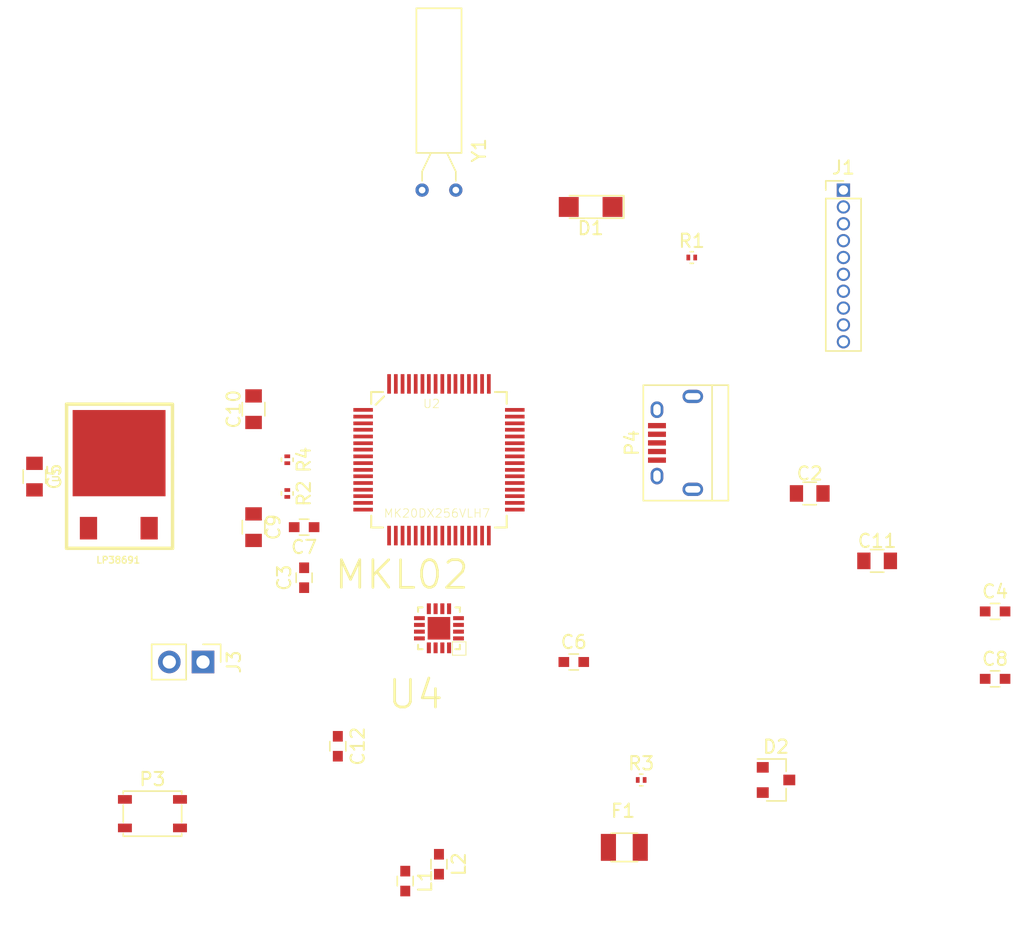
<source format=kicad_pcb>
(kicad_pcb (version 4) (host pcbnew 4.0.6)

  (general
    (links 72)
    (no_connects 72)
    (area 0 0 0 0)
    (thickness 1.6)
    (drawings 0)
    (tracks 0)
    (zones 0)
    (modules 28)
    (nets 78)
  )

  (page A4)
  (layers
    (0 F.Cu signal)
    (31 B.Cu signal)
    (32 B.Adhes user)
    (33 F.Adhes user)
    (34 B.Paste user)
    (35 F.Paste user)
    (36 B.SilkS user)
    (37 F.SilkS user)
    (38 B.Mask user)
    (39 F.Mask user)
    (40 Dwgs.User user)
    (41 Cmts.User user)
    (42 Eco1.User user)
    (43 Eco2.User user)
    (44 Edge.Cuts user)
    (45 Margin user)
    (46 B.CrtYd user)
    (47 F.CrtYd user)
    (48 B.Fab user)
    (49 F.Fab user)
  )

  (setup
    (last_trace_width 0.25)
    (trace_clearance 0.2)
    (zone_clearance 0.508)
    (zone_45_only no)
    (trace_min 0.2)
    (segment_width 0.2)
    (edge_width 0.15)
    (via_size 0.6)
    (via_drill 0.4)
    (via_min_size 0.4)
    (via_min_drill 0.3)
    (uvia_size 0.3)
    (uvia_drill 0.1)
    (uvias_allowed no)
    (uvia_min_size 0.2)
    (uvia_min_drill 0.1)
    (pcb_text_width 0.3)
    (pcb_text_size 1.5 1.5)
    (mod_edge_width 0.15)
    (mod_text_size 1 1)
    (mod_text_width 0.15)
    (pad_size 1.524 1.524)
    (pad_drill 0.762)
    (pad_to_mask_clearance 0.2)
    (aux_axis_origin 0 0)
    (visible_elements FFFFFF7F)
    (pcbplotparams
      (layerselection 0x00030_80000001)
      (usegerberextensions false)
      (excludeedgelayer true)
      (linewidth 0.100000)
      (plotframeref false)
      (viasonmask false)
      (mode 1)
      (useauxorigin false)
      (hpglpennumber 1)
      (hpglpenspeed 20)
      (hpglpendiameter 15)
      (hpglpenoverlay 2)
      (psnegative false)
      (psa4output false)
      (plotreference true)
      (plotvalue true)
      (plotinvisibletext false)
      (padsonsilk false)
      (subtractmaskfromsilk false)
      (outputformat 1)
      (mirror false)
      (drillshape 1)
      (scaleselection 1)
      (outputdirectory ""))
  )

  (net 0 "")
  (net 1 GND)
  (net 2 /VUSB)
  (net 3 /AGND)
  (net 4 "Net-(C3-Pad1)")
  (net 5 "Net-(C4-Pad1)")
  (net 6 /VIN)
  (net 7 "Net-(C6-Pad1)")
  (net 8 /AREF)
  (net 9 "Net-(C8-Pad1)")
  (net 10 "Net-(C9-Pad1)")
  (net 11 "Net-(C10-Pad1)")
  (net 12 +3V3)
  (net 13 /VBAT)
  (net 14 "Net-(D1-Pad2)")
  (net 15 "Net-(D1-Pad1)")
  (net 16 "Net-(D2-Pad1)")
  (net 17 "Net-(F1-Pad1)")
  (net 18 "Net-(P3-Pad1)")
  (net 19 /M)
  (net 20 /P)
  (net 21 /C3)
  (net 22 "Net-(R3-Pad1)")
  (net 23 "Net-(R4-Pad1)")
  (net 24 "Net-(U2-Pad1)")
  (net 25 "Net-(U2-Pad2)")
  (net 26 "Net-(U2-Pad8)")
  (net 27 "Net-(U2-Pad9)")
  (net 28 "Net-(U2-Pad10)")
  (net 29 "Net-(U2-Pad11)")
  (net 30 "Net-(U2-Pad12)")
  (net 31 "Net-(U2-Pad18)")
  (net 32 "Net-(U2-Pad19)")
  (net 33 "Net-(U2-Pad20)")
  (net 34 /C1)
  (net 35 /C2)
  (net 36 /C0)
  (net 37 "Net-(U2-Pad26)")
  (net 38 "Net-(U2-Pad27)")
  (net 39 "Net-(U2-Pad28)")
  (net 40 "Net-(U2-Pad29)")
  (net 41 "Net-(U2-Pad32)")
  (net 42 "Net-(U2-Pad33)")
  (net 43 /RESET)
  (net 44 "Net-(U2-Pad39)")
  (net 45 "Net-(U2-Pad40)")
  (net 46 "Net-(U2-Pad41)")
  (net 47 "Net-(U2-Pad42)")
  (net 48 "Net-(U2-Pad46)")
  (net 49 "Net-(U2-Pad49)")
  (net 50 "Net-(U2-Pad51)")
  (net 51 "Net-(U2-Pad52)")
  (net 52 "Net-(U2-Pad53)")
  (net 53 "Net-(U2-Pad54)")
  (net 54 "Net-(U2-Pad55)")
  (net 55 "Net-(U2-Pad56)")
  (net 56 "Net-(U2-Pad57)")
  (net 57 "Net-(U2-Pad59)")
  (net 58 "Net-(U2-Pad60)")
  (net 59 "Net-(U2-Pad61)")
  (net 60 "Net-(U2-Pad64)")
  (net 61 "Net-(U4-Pad3)")
  (net 62 "Net-(U4-Pad5)")
  (net 63 "Net-(U4-Pad11)")
  (net 64 "Net-(U4-Pad12)")
  (net 65 "Net-(U4-Pad14)")
  (net 66 "Net-(U4-Pad15)")
  (net 67 "Net-(U4-Pad16)")
  (net 68 "Net-(J1-Pad1)")
  (net 69 "Net-(J1-Pad2)")
  (net 70 "Net-(J1-Pad3)")
  (net 71 "Net-(J1-Pad4)")
  (net 72 "Net-(J1-Pad5)")
  (net 73 "Net-(J1-Pad6)")
  (net 74 "Net-(J1-Pad7)")
  (net 75 "Net-(J1-Pad8)")
  (net 76 "Net-(J1-Pad9)")
  (net 77 "Net-(J1-Pad10)")

  (net_class Default "This is the default net class."
    (clearance 0.2)
    (trace_width 0.25)
    (via_dia 0.6)
    (via_drill 0.4)
    (uvia_dia 0.3)
    (uvia_drill 0.1)
    (add_net +3V3)
    (add_net /AGND)
    (add_net /AREF)
    (add_net /C0)
    (add_net /C1)
    (add_net /C2)
    (add_net /C3)
    (add_net /M)
    (add_net /P)
    (add_net /RESET)
    (add_net /VBAT)
    (add_net /VIN)
    (add_net /VUSB)
    (add_net GND)
    (add_net "Net-(C10-Pad1)")
    (add_net "Net-(C3-Pad1)")
    (add_net "Net-(C4-Pad1)")
    (add_net "Net-(C6-Pad1)")
    (add_net "Net-(C8-Pad1)")
    (add_net "Net-(C9-Pad1)")
    (add_net "Net-(D1-Pad1)")
    (add_net "Net-(D1-Pad2)")
    (add_net "Net-(D2-Pad1)")
    (add_net "Net-(F1-Pad1)")
    (add_net "Net-(J1-Pad1)")
    (add_net "Net-(J1-Pad10)")
    (add_net "Net-(J1-Pad2)")
    (add_net "Net-(J1-Pad3)")
    (add_net "Net-(J1-Pad4)")
    (add_net "Net-(J1-Pad5)")
    (add_net "Net-(J1-Pad6)")
    (add_net "Net-(J1-Pad7)")
    (add_net "Net-(J1-Pad8)")
    (add_net "Net-(J1-Pad9)")
    (add_net "Net-(P3-Pad1)")
    (add_net "Net-(R3-Pad1)")
    (add_net "Net-(R4-Pad1)")
    (add_net "Net-(U2-Pad1)")
    (add_net "Net-(U2-Pad10)")
    (add_net "Net-(U2-Pad11)")
    (add_net "Net-(U2-Pad12)")
    (add_net "Net-(U2-Pad18)")
    (add_net "Net-(U2-Pad19)")
    (add_net "Net-(U2-Pad2)")
    (add_net "Net-(U2-Pad20)")
    (add_net "Net-(U2-Pad26)")
    (add_net "Net-(U2-Pad27)")
    (add_net "Net-(U2-Pad28)")
    (add_net "Net-(U2-Pad29)")
    (add_net "Net-(U2-Pad32)")
    (add_net "Net-(U2-Pad33)")
    (add_net "Net-(U2-Pad39)")
    (add_net "Net-(U2-Pad40)")
    (add_net "Net-(U2-Pad41)")
    (add_net "Net-(U2-Pad42)")
    (add_net "Net-(U2-Pad46)")
    (add_net "Net-(U2-Pad49)")
    (add_net "Net-(U2-Pad51)")
    (add_net "Net-(U2-Pad52)")
    (add_net "Net-(U2-Pad53)")
    (add_net "Net-(U2-Pad54)")
    (add_net "Net-(U2-Pad55)")
    (add_net "Net-(U2-Pad56)")
    (add_net "Net-(U2-Pad57)")
    (add_net "Net-(U2-Pad59)")
    (add_net "Net-(U2-Pad60)")
    (add_net "Net-(U2-Pad61)")
    (add_net "Net-(U2-Pad64)")
    (add_net "Net-(U2-Pad8)")
    (add_net "Net-(U2-Pad9)")
    (add_net "Net-(U4-Pad11)")
    (add_net "Net-(U4-Pad12)")
    (add_net "Net-(U4-Pad14)")
    (add_net "Net-(U4-Pad15)")
    (add_net "Net-(U4-Pad16)")
    (add_net "Net-(U4-Pad3)")
    (add_net "Net-(U4-Pad5)")
  )

  (module Capacitors_SMD:C_0805 (layer F.Cu) (tedit 58AA8463) (tstamp 59CED8A0)
    (at 161.29 88.9)
    (descr "Capacitor SMD 0805, reflow soldering, AVX (see smccp.pdf)")
    (tags "capacitor 0805")
    (path /5980AC81)
    (attr smd)
    (fp_text reference C2 (at 0 -1.5) (layer F.SilkS)
      (effects (font (size 1 1) (thickness 0.15)))
    )
    (fp_text value 2.2uF (at 0 1.75) (layer F.Fab)
      (effects (font (size 1 1) (thickness 0.15)))
    )
    (fp_text user %R (at 0 -1.5) (layer F.Fab)
      (effects (font (size 1 1) (thickness 0.15)))
    )
    (fp_line (start -1 0.62) (end -1 -0.62) (layer F.Fab) (width 0.1))
    (fp_line (start 1 0.62) (end -1 0.62) (layer F.Fab) (width 0.1))
    (fp_line (start 1 -0.62) (end 1 0.62) (layer F.Fab) (width 0.1))
    (fp_line (start -1 -0.62) (end 1 -0.62) (layer F.Fab) (width 0.1))
    (fp_line (start 0.5 -0.85) (end -0.5 -0.85) (layer F.SilkS) (width 0.12))
    (fp_line (start -0.5 0.85) (end 0.5 0.85) (layer F.SilkS) (width 0.12))
    (fp_line (start -1.75 -0.88) (end 1.75 -0.88) (layer F.CrtYd) (width 0.05))
    (fp_line (start -1.75 -0.88) (end -1.75 0.87) (layer F.CrtYd) (width 0.05))
    (fp_line (start 1.75 0.87) (end 1.75 -0.88) (layer F.CrtYd) (width 0.05))
    (fp_line (start 1.75 0.87) (end -1.75 0.87) (layer F.CrtYd) (width 0.05))
    (pad 1 smd rect (at -1 0) (size 1 1.25) (layers F.Cu F.Paste F.Mask)
      (net 1 GND))
    (pad 2 smd rect (at 1 0) (size 1 1.25) (layers F.Cu F.Paste F.Mask)
      (net 2 /VUSB))
    (model Capacitors_SMD.3dshapes/C_0805.wrl
      (at (xyz 0 0 0))
      (scale (xyz 1 1 1))
      (rotate (xyz 0 0 0))
    )
  )

  (module Capacitors_SMD:C_0603 (layer F.Cu) (tedit 59958EE7) (tstamp 59CED8A6)
    (at 123.19 95.25 90)
    (descr "Capacitor SMD 0603, reflow soldering, AVX (see smccp.pdf)")
    (tags "capacitor 0603")
    (path /5976D849)
    (attr smd)
    (fp_text reference C3 (at 0 -1.5 90) (layer F.SilkS)
      (effects (font (size 1 1) (thickness 0.15)))
    )
    (fp_text value "CP 0.1uF" (at 0 1.5 90) (layer F.Fab)
      (effects (font (size 1 1) (thickness 0.15)))
    )
    (fp_line (start 1.4 0.65) (end -1.4 0.65) (layer F.CrtYd) (width 0.05))
    (fp_line (start 1.4 0.65) (end 1.4 -0.65) (layer F.CrtYd) (width 0.05))
    (fp_line (start -1.4 -0.65) (end -1.4 0.65) (layer F.CrtYd) (width 0.05))
    (fp_line (start -1.4 -0.65) (end 1.4 -0.65) (layer F.CrtYd) (width 0.05))
    (fp_line (start 0.35 0.6) (end -0.35 0.6) (layer F.SilkS) (width 0.12))
    (fp_line (start -0.35 -0.6) (end 0.35 -0.6) (layer F.SilkS) (width 0.12))
    (fp_line (start -0.8 -0.4) (end 0.8 -0.4) (layer F.Fab) (width 0.1))
    (fp_line (start 0.8 -0.4) (end 0.8 0.4) (layer F.Fab) (width 0.1))
    (fp_line (start 0.8 0.4) (end -0.8 0.4) (layer F.Fab) (width 0.1))
    (fp_line (start -0.8 0.4) (end -0.8 -0.4) (layer F.Fab) (width 0.1))
    (fp_text user %R (at 0 0 90) (layer F.Fab)
      (effects (font (size 0.3 0.3) (thickness 0.075)))
    )
    (pad 2 smd rect (at 0.75 0 90) (size 0.8 0.75) (layers F.Cu F.Paste F.Mask)
      (net 3 /AGND))
    (pad 1 smd rect (at -0.75 0 90) (size 0.8 0.75) (layers F.Cu F.Paste F.Mask)
      (net 4 "Net-(C3-Pad1)"))
    (model Capacitors_SMD.3dshapes/C_0603.wrl
      (at (xyz 0 0 0))
      (scale (xyz 1 1 1))
      (rotate (xyz 0 0 0))
    )
  )

  (module Capacitors_SMD:C_0603 (layer F.Cu) (tedit 59958EE7) (tstamp 59CED8AC)
    (at 175.26 97.79)
    (descr "Capacitor SMD 0603, reflow soldering, AVX (see smccp.pdf)")
    (tags "capacitor 0603")
    (path /5976FDC4)
    (attr smd)
    (fp_text reference C4 (at 0 -1.5) (layer F.SilkS)
      (effects (font (size 1 1) (thickness 0.15)))
    )
    (fp_text value 0.1uF (at 0 1.5) (layer F.Fab)
      (effects (font (size 1 1) (thickness 0.15)))
    )
    (fp_line (start 1.4 0.65) (end -1.4 0.65) (layer F.CrtYd) (width 0.05))
    (fp_line (start 1.4 0.65) (end 1.4 -0.65) (layer F.CrtYd) (width 0.05))
    (fp_line (start -1.4 -0.65) (end -1.4 0.65) (layer F.CrtYd) (width 0.05))
    (fp_line (start -1.4 -0.65) (end 1.4 -0.65) (layer F.CrtYd) (width 0.05))
    (fp_line (start 0.35 0.6) (end -0.35 0.6) (layer F.SilkS) (width 0.12))
    (fp_line (start -0.35 -0.6) (end 0.35 -0.6) (layer F.SilkS) (width 0.12))
    (fp_line (start -0.8 -0.4) (end 0.8 -0.4) (layer F.Fab) (width 0.1))
    (fp_line (start 0.8 -0.4) (end 0.8 0.4) (layer F.Fab) (width 0.1))
    (fp_line (start 0.8 0.4) (end -0.8 0.4) (layer F.Fab) (width 0.1))
    (fp_line (start -0.8 0.4) (end -0.8 -0.4) (layer F.Fab) (width 0.1))
    (fp_text user %R (at 0 0) (layer F.Fab)
      (effects (font (size 0.3 0.3) (thickness 0.075)))
    )
    (pad 2 smd rect (at 0.75 0) (size 0.8 0.75) (layers F.Cu F.Paste F.Mask)
      (net 1 GND))
    (pad 1 smd rect (at -0.75 0) (size 0.8 0.75) (layers F.Cu F.Paste F.Mask)
      (net 5 "Net-(C4-Pad1)"))
    (model Capacitors_SMD.3dshapes/C_0603.wrl
      (at (xyz 0 0 0))
      (scale (xyz 1 1 1))
      (rotate (xyz 0 0 0))
    )
  )

  (module Capacitors_SMD:C_0805 (layer F.Cu) (tedit 58AA8463) (tstamp 59CED8B2)
    (at 102.87 87.63 270)
    (descr "Capacitor SMD 0805, reflow soldering, AVX (see smccp.pdf)")
    (tags "capacitor 0805")
    (path /5980C1A0)
    (attr smd)
    (fp_text reference C5 (at 0 -1.5 270) (layer F.SilkS)
      (effects (font (size 1 1) (thickness 0.15)))
    )
    (fp_text value 2.2uF (at 0 1.75 270) (layer F.Fab)
      (effects (font (size 1 1) (thickness 0.15)))
    )
    (fp_text user %R (at 0 -1.5 270) (layer F.Fab)
      (effects (font (size 1 1) (thickness 0.15)))
    )
    (fp_line (start -1 0.62) (end -1 -0.62) (layer F.Fab) (width 0.1))
    (fp_line (start 1 0.62) (end -1 0.62) (layer F.Fab) (width 0.1))
    (fp_line (start 1 -0.62) (end 1 0.62) (layer F.Fab) (width 0.1))
    (fp_line (start -1 -0.62) (end 1 -0.62) (layer F.Fab) (width 0.1))
    (fp_line (start 0.5 -0.85) (end -0.5 -0.85) (layer F.SilkS) (width 0.12))
    (fp_line (start -0.5 0.85) (end 0.5 0.85) (layer F.SilkS) (width 0.12))
    (fp_line (start -1.75 -0.88) (end 1.75 -0.88) (layer F.CrtYd) (width 0.05))
    (fp_line (start -1.75 -0.88) (end -1.75 0.87) (layer F.CrtYd) (width 0.05))
    (fp_line (start 1.75 0.87) (end 1.75 -0.88) (layer F.CrtYd) (width 0.05))
    (fp_line (start 1.75 0.87) (end -1.75 0.87) (layer F.CrtYd) (width 0.05))
    (pad 1 smd rect (at -1 0 270) (size 1 1.25) (layers F.Cu F.Paste F.Mask)
      (net 1 GND))
    (pad 2 smd rect (at 1 0 270) (size 1 1.25) (layers F.Cu F.Paste F.Mask)
      (net 6 /VIN))
    (model Capacitors_SMD.3dshapes/C_0805.wrl
      (at (xyz 0 0 0))
      (scale (xyz 1 1 1))
      (rotate (xyz 0 0 0))
    )
  )

  (module Capacitors_SMD:C_0603 (layer F.Cu) (tedit 59958EE7) (tstamp 59CED8B8)
    (at 143.51 101.6)
    (descr "Capacitor SMD 0603, reflow soldering, AVX (see smccp.pdf)")
    (tags "capacitor 0603")
    (path /5976F76F)
    (attr smd)
    (fp_text reference C6 (at 0 -1.5) (layer F.SilkS)
      (effects (font (size 1 1) (thickness 0.15)))
    )
    (fp_text value 0.1uF (at 0 1.5) (layer F.Fab)
      (effects (font (size 1 1) (thickness 0.15)))
    )
    (fp_line (start 1.4 0.65) (end -1.4 0.65) (layer F.CrtYd) (width 0.05))
    (fp_line (start 1.4 0.65) (end 1.4 -0.65) (layer F.CrtYd) (width 0.05))
    (fp_line (start -1.4 -0.65) (end -1.4 0.65) (layer F.CrtYd) (width 0.05))
    (fp_line (start -1.4 -0.65) (end 1.4 -0.65) (layer F.CrtYd) (width 0.05))
    (fp_line (start 0.35 0.6) (end -0.35 0.6) (layer F.SilkS) (width 0.12))
    (fp_line (start -0.35 -0.6) (end 0.35 -0.6) (layer F.SilkS) (width 0.12))
    (fp_line (start -0.8 -0.4) (end 0.8 -0.4) (layer F.Fab) (width 0.1))
    (fp_line (start 0.8 -0.4) (end 0.8 0.4) (layer F.Fab) (width 0.1))
    (fp_line (start 0.8 0.4) (end -0.8 0.4) (layer F.Fab) (width 0.1))
    (fp_line (start -0.8 0.4) (end -0.8 -0.4) (layer F.Fab) (width 0.1))
    (fp_text user %R (at 0 0) (layer F.Fab)
      (effects (font (size 0.3 0.3) (thickness 0.075)))
    )
    (pad 2 smd rect (at 0.75 0) (size 0.8 0.75) (layers F.Cu F.Paste F.Mask)
      (net 1 GND))
    (pad 1 smd rect (at -0.75 0) (size 0.8 0.75) (layers F.Cu F.Paste F.Mask)
      (net 7 "Net-(C6-Pad1)"))
    (model Capacitors_SMD.3dshapes/C_0603.wrl
      (at (xyz 0 0 0))
      (scale (xyz 1 1 1))
      (rotate (xyz 0 0 0))
    )
  )

  (module Capacitors_SMD:C_0603 (layer F.Cu) (tedit 59958EE7) (tstamp 59CED8BE)
    (at 123.19 91.44 180)
    (descr "Capacitor SMD 0603, reflow soldering, AVX (see smccp.pdf)")
    (tags "capacitor 0603")
    (path /5976DCA5)
    (attr smd)
    (fp_text reference C7 (at 0 -1.5 180) (layer F.SilkS)
      (effects (font (size 1 1) (thickness 0.15)))
    )
    (fp_text value "CP 0.1uF" (at 0 1.5 180) (layer F.Fab)
      (effects (font (size 1 1) (thickness 0.15)))
    )
    (fp_line (start 1.4 0.65) (end -1.4 0.65) (layer F.CrtYd) (width 0.05))
    (fp_line (start 1.4 0.65) (end 1.4 -0.65) (layer F.CrtYd) (width 0.05))
    (fp_line (start -1.4 -0.65) (end -1.4 0.65) (layer F.CrtYd) (width 0.05))
    (fp_line (start -1.4 -0.65) (end 1.4 -0.65) (layer F.CrtYd) (width 0.05))
    (fp_line (start 0.35 0.6) (end -0.35 0.6) (layer F.SilkS) (width 0.12))
    (fp_line (start -0.35 -0.6) (end 0.35 -0.6) (layer F.SilkS) (width 0.12))
    (fp_line (start -0.8 -0.4) (end 0.8 -0.4) (layer F.Fab) (width 0.1))
    (fp_line (start 0.8 -0.4) (end 0.8 0.4) (layer F.Fab) (width 0.1))
    (fp_line (start 0.8 0.4) (end -0.8 0.4) (layer F.Fab) (width 0.1))
    (fp_line (start -0.8 0.4) (end -0.8 -0.4) (layer F.Fab) (width 0.1))
    (fp_text user %R (at 0 0 180) (layer F.Fab)
      (effects (font (size 0.3 0.3) (thickness 0.075)))
    )
    (pad 2 smd rect (at 0.75 0 180) (size 0.8 0.75) (layers F.Cu F.Paste F.Mask)
      (net 3 /AGND))
    (pad 1 smd rect (at -0.75 0 180) (size 0.8 0.75) (layers F.Cu F.Paste F.Mask)
      (net 8 /AREF))
    (model Capacitors_SMD.3dshapes/C_0603.wrl
      (at (xyz 0 0 0))
      (scale (xyz 1 1 1))
      (rotate (xyz 0 0 0))
    )
  )

  (module Capacitors_SMD:C_0603 (layer F.Cu) (tedit 59958EE7) (tstamp 59CED8C4)
    (at 175.26 102.87)
    (descr "Capacitor SMD 0603, reflow soldering, AVX (see smccp.pdf)")
    (tags "capacitor 0603")
    (path /5976F626)
    (attr smd)
    (fp_text reference C8 (at 0 -1.5) (layer F.SilkS)
      (effects (font (size 1 1) (thickness 0.15)))
    )
    (fp_text value 0.1uF (at 0 1.5) (layer F.Fab)
      (effects (font (size 1 1) (thickness 0.15)))
    )
    (fp_line (start 1.4 0.65) (end -1.4 0.65) (layer F.CrtYd) (width 0.05))
    (fp_line (start 1.4 0.65) (end 1.4 -0.65) (layer F.CrtYd) (width 0.05))
    (fp_line (start -1.4 -0.65) (end -1.4 0.65) (layer F.CrtYd) (width 0.05))
    (fp_line (start -1.4 -0.65) (end 1.4 -0.65) (layer F.CrtYd) (width 0.05))
    (fp_line (start 0.35 0.6) (end -0.35 0.6) (layer F.SilkS) (width 0.12))
    (fp_line (start -0.35 -0.6) (end 0.35 -0.6) (layer F.SilkS) (width 0.12))
    (fp_line (start -0.8 -0.4) (end 0.8 -0.4) (layer F.Fab) (width 0.1))
    (fp_line (start 0.8 -0.4) (end 0.8 0.4) (layer F.Fab) (width 0.1))
    (fp_line (start 0.8 0.4) (end -0.8 0.4) (layer F.Fab) (width 0.1))
    (fp_line (start -0.8 0.4) (end -0.8 -0.4) (layer F.Fab) (width 0.1))
    (fp_text user %R (at 0 0) (layer F.Fab)
      (effects (font (size 0.3 0.3) (thickness 0.075)))
    )
    (pad 2 smd rect (at 0.75 0) (size 0.8 0.75) (layers F.Cu F.Paste F.Mask)
      (net 1 GND))
    (pad 1 smd rect (at -0.75 0) (size 0.8 0.75) (layers F.Cu F.Paste F.Mask)
      (net 9 "Net-(C8-Pad1)"))
    (model Capacitors_SMD.3dshapes/C_0603.wrl
      (at (xyz 0 0 0))
      (scale (xyz 1 1 1))
      (rotate (xyz 0 0 0))
    )
  )

  (module Capacitors_SMD:C_0805 (layer F.Cu) (tedit 58AA8463) (tstamp 59CED8CA)
    (at 119.38 91.44 270)
    (descr "Capacitor SMD 0805, reflow soldering, AVX (see smccp.pdf)")
    (tags "capacitor 0805")
    (path /5976E790)
    (attr smd)
    (fp_text reference C9 (at 0 -1.5 270) (layer F.SilkS)
      (effects (font (size 1 1) (thickness 0.15)))
    )
    (fp_text value "CP 2.2uF" (at 0 1.75 270) (layer F.Fab)
      (effects (font (size 1 1) (thickness 0.15)))
    )
    (fp_text user %R (at 0 -1.5 270) (layer F.Fab)
      (effects (font (size 1 1) (thickness 0.15)))
    )
    (fp_line (start -1 0.62) (end -1 -0.62) (layer F.Fab) (width 0.1))
    (fp_line (start 1 0.62) (end -1 0.62) (layer F.Fab) (width 0.1))
    (fp_line (start 1 -0.62) (end 1 0.62) (layer F.Fab) (width 0.1))
    (fp_line (start -1 -0.62) (end 1 -0.62) (layer F.Fab) (width 0.1))
    (fp_line (start 0.5 -0.85) (end -0.5 -0.85) (layer F.SilkS) (width 0.12))
    (fp_line (start -0.5 0.85) (end 0.5 0.85) (layer F.SilkS) (width 0.12))
    (fp_line (start -1.75 -0.88) (end 1.75 -0.88) (layer F.CrtYd) (width 0.05))
    (fp_line (start -1.75 -0.88) (end -1.75 0.87) (layer F.CrtYd) (width 0.05))
    (fp_line (start 1.75 0.87) (end 1.75 -0.88) (layer F.CrtYd) (width 0.05))
    (fp_line (start 1.75 0.87) (end -1.75 0.87) (layer F.CrtYd) (width 0.05))
    (pad 1 smd rect (at -1 0 270) (size 1 1.25) (layers F.Cu F.Paste F.Mask)
      (net 10 "Net-(C9-Pad1)"))
    (pad 2 smd rect (at 1 0 270) (size 1 1.25) (layers F.Cu F.Paste F.Mask)
      (net 3 /AGND))
    (model Capacitors_SMD.3dshapes/C_0805.wrl
      (at (xyz 0 0 0))
      (scale (xyz 1 1 1))
      (rotate (xyz 0 0 0))
    )
  )

  (module Capacitors_SMD:C_0805 (layer F.Cu) (tedit 58AA8463) (tstamp 59CED8D0)
    (at 119.38 82.55 90)
    (descr "Capacitor SMD 0805, reflow soldering, AVX (see smccp.pdf)")
    (tags "capacitor 0805")
    (path /5976F94A)
    (attr smd)
    (fp_text reference C10 (at 0 -1.5 90) (layer F.SilkS)
      (effects (font (size 1 1) (thickness 0.15)))
    )
    (fp_text value 2.2uF (at 0 1.75 90) (layer F.Fab)
      (effects (font (size 1 1) (thickness 0.15)))
    )
    (fp_text user %R (at 0 -1.5 90) (layer F.Fab)
      (effects (font (size 1 1) (thickness 0.15)))
    )
    (fp_line (start -1 0.62) (end -1 -0.62) (layer F.Fab) (width 0.1))
    (fp_line (start 1 0.62) (end -1 0.62) (layer F.Fab) (width 0.1))
    (fp_line (start 1 -0.62) (end 1 0.62) (layer F.Fab) (width 0.1))
    (fp_line (start -1 -0.62) (end 1 -0.62) (layer F.Fab) (width 0.1))
    (fp_line (start 0.5 -0.85) (end -0.5 -0.85) (layer F.SilkS) (width 0.12))
    (fp_line (start -0.5 0.85) (end 0.5 0.85) (layer F.SilkS) (width 0.12))
    (fp_line (start -1.75 -0.88) (end 1.75 -0.88) (layer F.CrtYd) (width 0.05))
    (fp_line (start -1.75 -0.88) (end -1.75 0.87) (layer F.CrtYd) (width 0.05))
    (fp_line (start 1.75 0.87) (end 1.75 -0.88) (layer F.CrtYd) (width 0.05))
    (fp_line (start 1.75 0.87) (end -1.75 0.87) (layer F.CrtYd) (width 0.05))
    (pad 1 smd rect (at -1 0 90) (size 1 1.25) (layers F.Cu F.Paste F.Mask)
      (net 11 "Net-(C10-Pad1)"))
    (pad 2 smd rect (at 1 0 90) (size 1 1.25) (layers F.Cu F.Paste F.Mask)
      (net 1 GND))
    (model Capacitors_SMD.3dshapes/C_0805.wrl
      (at (xyz 0 0 0))
      (scale (xyz 1 1 1))
      (rotate (xyz 0 0 0))
    )
  )

  (module Capacitors_SMD:C_0805 (layer F.Cu) (tedit 58AA8463) (tstamp 59CED8D6)
    (at 166.37 93.98)
    (descr "Capacitor SMD 0805, reflow soldering, AVX (see smccp.pdf)")
    (tags "capacitor 0805")
    (path /5980B97B)
    (attr smd)
    (fp_text reference C11 (at 0 -1.5) (layer F.SilkS)
      (effects (font (size 1 1) (thickness 0.15)))
    )
    (fp_text value 2.2uF (at 0 1.75) (layer F.Fab)
      (effects (font (size 1 1) (thickness 0.15)))
    )
    (fp_text user %R (at 0 -1.5) (layer F.Fab)
      (effects (font (size 1 1) (thickness 0.15)))
    )
    (fp_line (start -1 0.62) (end -1 -0.62) (layer F.Fab) (width 0.1))
    (fp_line (start 1 0.62) (end -1 0.62) (layer F.Fab) (width 0.1))
    (fp_line (start 1 -0.62) (end 1 0.62) (layer F.Fab) (width 0.1))
    (fp_line (start -1 -0.62) (end 1 -0.62) (layer F.Fab) (width 0.1))
    (fp_line (start 0.5 -0.85) (end -0.5 -0.85) (layer F.SilkS) (width 0.12))
    (fp_line (start -0.5 0.85) (end 0.5 0.85) (layer F.SilkS) (width 0.12))
    (fp_line (start -1.75 -0.88) (end 1.75 -0.88) (layer F.CrtYd) (width 0.05))
    (fp_line (start -1.75 -0.88) (end -1.75 0.87) (layer F.CrtYd) (width 0.05))
    (fp_line (start 1.75 0.87) (end 1.75 -0.88) (layer F.CrtYd) (width 0.05))
    (fp_line (start 1.75 0.87) (end -1.75 0.87) (layer F.CrtYd) (width 0.05))
    (pad 1 smd rect (at -1 0) (size 1 1.25) (layers F.Cu F.Paste F.Mask)
      (net 12 +3V3))
    (pad 2 smd rect (at 1 0) (size 1 1.25) (layers F.Cu F.Paste F.Mask)
      (net 1 GND))
    (model Capacitors_SMD.3dshapes/C_0805.wrl
      (at (xyz 0 0 0))
      (scale (xyz 1 1 1))
      (rotate (xyz 0 0 0))
    )
  )

  (module Capacitors_SMD:C_0603 (layer F.Cu) (tedit 59958EE7) (tstamp 59CED8DC)
    (at 125.73 107.95 270)
    (descr "Capacitor SMD 0603, reflow soldering, AVX (see smccp.pdf)")
    (tags "capacitor 0603")
    (path /5976AFBE)
    (attr smd)
    (fp_text reference C12 (at 0 -1.5 270) (layer F.SilkS)
      (effects (font (size 1 1) (thickness 0.15)))
    )
    (fp_text value "CP 0.1uF" (at 0 1.5 270) (layer F.Fab)
      (effects (font (size 1 1) (thickness 0.15)))
    )
    (fp_line (start 1.4 0.65) (end -1.4 0.65) (layer F.CrtYd) (width 0.05))
    (fp_line (start 1.4 0.65) (end 1.4 -0.65) (layer F.CrtYd) (width 0.05))
    (fp_line (start -1.4 -0.65) (end -1.4 0.65) (layer F.CrtYd) (width 0.05))
    (fp_line (start -1.4 -0.65) (end 1.4 -0.65) (layer F.CrtYd) (width 0.05))
    (fp_line (start 0.35 0.6) (end -0.35 0.6) (layer F.SilkS) (width 0.12))
    (fp_line (start -0.35 -0.6) (end 0.35 -0.6) (layer F.SilkS) (width 0.12))
    (fp_line (start -0.8 -0.4) (end 0.8 -0.4) (layer F.Fab) (width 0.1))
    (fp_line (start 0.8 -0.4) (end 0.8 0.4) (layer F.Fab) (width 0.1))
    (fp_line (start 0.8 0.4) (end -0.8 0.4) (layer F.Fab) (width 0.1))
    (fp_line (start -0.8 0.4) (end -0.8 -0.4) (layer F.Fab) (width 0.1))
    (fp_text user %R (at 0 0 270) (layer F.Fab)
      (effects (font (size 0.3 0.3) (thickness 0.075)))
    )
    (pad 2 smd rect (at 0.75 0 270) (size 0.8 0.75) (layers F.Cu F.Paste F.Mask)
      (net 1 GND))
    (pad 1 smd rect (at -0.75 0 270) (size 0.8 0.75) (layers F.Cu F.Paste F.Mask)
      (net 13 /VBAT))
    (model Capacitors_SMD.3dshapes/C_0603.wrl
      (at (xyz 0 0 0))
      (scale (xyz 1 1 1))
      (rotate (xyz 0 0 0))
    )
  )

  (module LEDs:LED_1206 (layer F.Cu) (tedit 57FE943C) (tstamp 59CED8E2)
    (at 144.78 67.31 180)
    (descr "LED 1206 smd package")
    (tags "LED led 1206 SMD smd SMT smt smdled SMDLED smtled SMTLED")
    (path /598FA689)
    (attr smd)
    (fp_text reference D1 (at 0 -1.6 180) (layer F.SilkS)
      (effects (font (size 1 1) (thickness 0.15)))
    )
    (fp_text value LED (at 0 1.7 180) (layer F.Fab)
      (effects (font (size 1 1) (thickness 0.15)))
    )
    (fp_line (start -2.5 -0.85) (end -2.5 0.85) (layer F.SilkS) (width 0.12))
    (fp_line (start -0.45 -0.4) (end -0.45 0.4) (layer F.Fab) (width 0.1))
    (fp_line (start -0.4 0) (end 0.2 -0.4) (layer F.Fab) (width 0.1))
    (fp_line (start 0.2 0.4) (end -0.4 0) (layer F.Fab) (width 0.1))
    (fp_line (start 0.2 -0.4) (end 0.2 0.4) (layer F.Fab) (width 0.1))
    (fp_line (start 1.6 0.8) (end -1.6 0.8) (layer F.Fab) (width 0.1))
    (fp_line (start 1.6 -0.8) (end 1.6 0.8) (layer F.Fab) (width 0.1))
    (fp_line (start -1.6 -0.8) (end 1.6 -0.8) (layer F.Fab) (width 0.1))
    (fp_line (start -1.6 0.8) (end -1.6 -0.8) (layer F.Fab) (width 0.1))
    (fp_line (start -2.45 0.85) (end 1.6 0.85) (layer F.SilkS) (width 0.12))
    (fp_line (start -2.45 -0.85) (end 1.6 -0.85) (layer F.SilkS) (width 0.12))
    (fp_line (start 2.65 -1) (end 2.65 1) (layer F.CrtYd) (width 0.05))
    (fp_line (start 2.65 1) (end -2.65 1) (layer F.CrtYd) (width 0.05))
    (fp_line (start -2.65 1) (end -2.65 -1) (layer F.CrtYd) (width 0.05))
    (fp_line (start -2.65 -1) (end 2.65 -1) (layer F.CrtYd) (width 0.05))
    (pad 2 smd rect (at 1.65 0) (size 1.5 1.5) (layers F.Cu F.Paste F.Mask)
      (net 14 "Net-(D1-Pad2)"))
    (pad 1 smd rect (at -1.65 0) (size 1.5 1.5) (layers F.Cu F.Paste F.Mask)
      (net 15 "Net-(D1-Pad1)"))
    (model ${KISYS3DMOD}/LEDs.3dshapes/LED_1206.wrl
      (at (xyz 0 0 0))
      (scale (xyz 1 1 1))
      (rotate (xyz 0 0 180))
    )
  )

  (module Diodes_SMD:D_SOT-23_ANK (layer F.Cu) (tedit 587CCEF9) (tstamp 59CED8E9)
    (at 158.75 110.49)
    (descr "SOT-23, Single Diode")
    (tags SOT-23)
    (path /5992AF02)
    (attr smd)
    (fp_text reference D2 (at 0 -2.5) (layer F.SilkS)
      (effects (font (size 1 1) (thickness 0.15)))
    )
    (fp_text value D_Schottky_AAK (at 0 2.5) (layer F.Fab)
      (effects (font (size 1 1) (thickness 0.15)))
    )
    (fp_text user %R (at 0 -2.5) (layer F.Fab)
      (effects (font (size 1 1) (thickness 0.15)))
    )
    (fp_line (start -0.15 -0.45) (end -0.4 -0.45) (layer F.Fab) (width 0.1))
    (fp_line (start -0.15 -0.25) (end 0.15 -0.45) (layer F.Fab) (width 0.1))
    (fp_line (start -0.15 -0.65) (end -0.15 -0.25) (layer F.Fab) (width 0.1))
    (fp_line (start 0.15 -0.45) (end -0.15 -0.65) (layer F.Fab) (width 0.1))
    (fp_line (start 0.15 -0.45) (end 0.4 -0.45) (layer F.Fab) (width 0.1))
    (fp_line (start 0.15 -0.65) (end 0.15 -0.25) (layer F.Fab) (width 0.1))
    (fp_line (start 0.76 1.58) (end 0.76 0.65) (layer F.SilkS) (width 0.12))
    (fp_line (start 0.76 -1.58) (end 0.76 -0.65) (layer F.SilkS) (width 0.12))
    (fp_line (start 0.7 -1.52) (end 0.7 1.52) (layer F.Fab) (width 0.1))
    (fp_line (start -0.7 1.52) (end 0.7 1.52) (layer F.Fab) (width 0.1))
    (fp_line (start -1.7 -1.75) (end 1.7 -1.75) (layer F.CrtYd) (width 0.05))
    (fp_line (start 1.7 -1.75) (end 1.7 1.75) (layer F.CrtYd) (width 0.05))
    (fp_line (start 1.7 1.75) (end -1.7 1.75) (layer F.CrtYd) (width 0.05))
    (fp_line (start -1.7 1.75) (end -1.7 -1.75) (layer F.CrtYd) (width 0.05))
    (fp_line (start 0.76 -1.58) (end -1.4 -1.58) (layer F.SilkS) (width 0.12))
    (fp_line (start -0.7 -1.52) (end 0.7 -1.52) (layer F.Fab) (width 0.1))
    (fp_line (start -0.7 -1.52) (end -0.7 1.52) (layer F.Fab) (width 0.1))
    (fp_line (start 0.76 1.58) (end -0.7 1.58) (layer F.SilkS) (width 0.12))
    (pad 2 smd rect (at -1 -0.95) (size 0.9 0.8) (layers F.Cu F.Paste F.Mask)
      (net 12 +3V3))
    (pad "" smd rect (at -1 0.95) (size 0.9 0.8) (layers F.Cu F.Paste F.Mask))
    (pad 1 smd rect (at 1 0) (size 0.9 0.8) (layers F.Cu F.Paste F.Mask)
      (net 16 "Net-(D2-Pad1)"))
    (model ${KISYS3DMOD}/Diodes_SMD.3dshapes/D_SOT-23.wrl
      (at (xyz 0 0 0))
      (scale (xyz 1 1 1))
      (rotate (xyz 0 0 0))
    )
  )

  (module Fuse_Holders_and_Fuses:Fuse_SMD1206_Reflow (layer F.Cu) (tedit 0) (tstamp 59CED8EF)
    (at 147.32 115.57)
    (descr "Fuse, Sicherung, SMD1206, Littlefuse-Wickmann, Reflow,")
    (tags "Fuse Sicherung SMD1206 Littlefuse-Wickmann Reflow ")
    (path /5980A7D8)
    (attr smd)
    (fp_text reference F1 (at -0.1 -2.75) (layer F.SilkS)
      (effects (font (size 1 1) (thickness 0.15)))
    )
    (fp_text value Fuse (at -0.45 3.2) (layer F.Fab)
      (effects (font (size 1 1) (thickness 0.15)))
    )
    (fp_line (start -1.6 0.8) (end -1.6 -0.8) (layer F.Fab) (width 0.1))
    (fp_line (start 1.6 0.8) (end -1.6 0.8) (layer F.Fab) (width 0.1))
    (fp_line (start 1.6 -0.8) (end 1.6 0.8) (layer F.Fab) (width 0.1))
    (fp_line (start -1.6 -0.8) (end 1.6 -0.8) (layer F.Fab) (width 0.1))
    (fp_line (start 1 1.07) (end -1 1.07) (layer F.SilkS) (width 0.12))
    (fp_line (start -1 -1.07) (end 1 -1.07) (layer F.SilkS) (width 0.12))
    (fp_line (start -2.47 -1.05) (end 2.47 -1.05) (layer F.CrtYd) (width 0.05))
    (fp_line (start -2.47 -1.05) (end -2.47 1.05) (layer F.CrtYd) (width 0.05))
    (fp_line (start 2.47 1.05) (end 2.47 -1.05) (layer F.CrtYd) (width 0.05))
    (fp_line (start 2.47 1.05) (end -2.47 1.05) (layer F.CrtYd) (width 0.05))
    (pad 1 smd rect (at -1.2 0 90) (size 2.03 1.14) (layers F.Cu F.Paste F.Mask)
      (net 17 "Net-(F1-Pad1)"))
    (pad 2 smd rect (at 1.2 0 90) (size 2.03 1.14) (layers F.Cu F.Paste F.Mask)
      (net 2 /VUSB))
  )

  (module Pin_Headers:Pin_Header_Straight_1x02_Pitch2.54mm (layer F.Cu) (tedit 59650532) (tstamp 59CED8F5)
    (at 115.57 101.6 270)
    (descr "Through hole straight pin header, 1x02, 2.54mm pitch, single row")
    (tags "Through hole pin header THT 1x02 2.54mm single row")
    (path /599336F3)
    (fp_text reference J3 (at 0 -2.33 270) (layer F.SilkS)
      (effects (font (size 1 1) (thickness 0.15)))
    )
    (fp_text value CONN_01X02 (at 0 4.87 270) (layer F.Fab)
      (effects (font (size 1 1) (thickness 0.15)))
    )
    (fp_line (start -0.635 -1.27) (end 1.27 -1.27) (layer F.Fab) (width 0.1))
    (fp_line (start 1.27 -1.27) (end 1.27 3.81) (layer F.Fab) (width 0.1))
    (fp_line (start 1.27 3.81) (end -1.27 3.81) (layer F.Fab) (width 0.1))
    (fp_line (start -1.27 3.81) (end -1.27 -0.635) (layer F.Fab) (width 0.1))
    (fp_line (start -1.27 -0.635) (end -0.635 -1.27) (layer F.Fab) (width 0.1))
    (fp_line (start -1.33 3.87) (end 1.33 3.87) (layer F.SilkS) (width 0.12))
    (fp_line (start -1.33 1.27) (end -1.33 3.87) (layer F.SilkS) (width 0.12))
    (fp_line (start 1.33 1.27) (end 1.33 3.87) (layer F.SilkS) (width 0.12))
    (fp_line (start -1.33 1.27) (end 1.33 1.27) (layer F.SilkS) (width 0.12))
    (fp_line (start -1.33 0) (end -1.33 -1.33) (layer F.SilkS) (width 0.12))
    (fp_line (start -1.33 -1.33) (end 0 -1.33) (layer F.SilkS) (width 0.12))
    (fp_line (start -1.8 -1.8) (end -1.8 4.35) (layer F.CrtYd) (width 0.05))
    (fp_line (start -1.8 4.35) (end 1.8 4.35) (layer F.CrtYd) (width 0.05))
    (fp_line (start 1.8 4.35) (end 1.8 -1.8) (layer F.CrtYd) (width 0.05))
    (fp_line (start 1.8 -1.8) (end -1.8 -1.8) (layer F.CrtYd) (width 0.05))
    (fp_text user %R (at 0 1.27 360) (layer F.Fab)
      (effects (font (size 1 1) (thickness 0.15)))
    )
    (pad 1 thru_hole rect (at 0 0 270) (size 1.7 1.7) (drill 1) (layers *.Cu *.Mask)
      (net 17 "Net-(F1-Pad1)"))
    (pad 2 thru_hole oval (at 0 2.54 270) (size 1.7 1.7) (drill 1) (layers *.Cu *.Mask)
      (net 6 /VIN))
    (model ${KISYS3DMOD}/Pin_Headers.3dshapes/Pin_Header_Straight_1x02_Pitch2.54mm.wrl
      (at (xyz 0 0 0))
      (scale (xyz 1 1 1))
      (rotate (xyz 0 0 0))
    )
  )

  (module Capacitors_SMD:C_0603 (layer F.Cu) (tedit 59958EE7) (tstamp 59CED8FB)
    (at 130.81 118.11 270)
    (descr "Capacitor SMD 0603, reflow soldering, AVX (see smccp.pdf)")
    (tags "capacitor 0603")
    (path /5932084F)
    (attr smd)
    (fp_text reference L1 (at 0 -1.5 270) (layer F.SilkS)
      (effects (font (size 1 1) (thickness 0.15)))
    )
    (fp_text value "L Ferrite" (at 0 1.5 270) (layer F.Fab)
      (effects (font (size 1 1) (thickness 0.15)))
    )
    (fp_line (start 1.4 0.65) (end -1.4 0.65) (layer F.CrtYd) (width 0.05))
    (fp_line (start 1.4 0.65) (end 1.4 -0.65) (layer F.CrtYd) (width 0.05))
    (fp_line (start -1.4 -0.65) (end -1.4 0.65) (layer F.CrtYd) (width 0.05))
    (fp_line (start -1.4 -0.65) (end 1.4 -0.65) (layer F.CrtYd) (width 0.05))
    (fp_line (start 0.35 0.6) (end -0.35 0.6) (layer F.SilkS) (width 0.12))
    (fp_line (start -0.35 -0.6) (end 0.35 -0.6) (layer F.SilkS) (width 0.12))
    (fp_line (start -0.8 -0.4) (end 0.8 -0.4) (layer F.Fab) (width 0.1))
    (fp_line (start 0.8 -0.4) (end 0.8 0.4) (layer F.Fab) (width 0.1))
    (fp_line (start 0.8 0.4) (end -0.8 0.4) (layer F.Fab) (width 0.1))
    (fp_line (start -0.8 0.4) (end -0.8 -0.4) (layer F.Fab) (width 0.1))
    (fp_text user %R (at 0 0 270) (layer F.Fab)
      (effects (font (size 0.3 0.3) (thickness 0.075)))
    )
    (pad 2 smd rect (at 0.75 0 270) (size 0.8 0.75) (layers F.Cu F.Paste F.Mask)
      (net 1 GND))
    (pad 1 smd rect (at -0.75 0 270) (size 0.8 0.75) (layers F.Cu F.Paste F.Mask)
      (net 3 /AGND))
    (model Capacitors_SMD.3dshapes/C_0603.wrl
      (at (xyz 0 0 0))
      (scale (xyz 1 1 1))
      (rotate (xyz 0 0 0))
    )
  )

  (module Capacitors_SMD:C_0603 (layer F.Cu) (tedit 59958EE7) (tstamp 59CED901)
    (at 133.35 116.84 270)
    (descr "Capacitor SMD 0603, reflow soldering, AVX (see smccp.pdf)")
    (tags "capacitor 0603")
    (path /5976EC3B)
    (attr smd)
    (fp_text reference L2 (at 0 -1.5 270) (layer F.SilkS)
      (effects (font (size 1 1) (thickness 0.15)))
    )
    (fp_text value "L Ferrite" (at 0 1.5 270) (layer F.Fab)
      (effects (font (size 1 1) (thickness 0.15)))
    )
    (fp_line (start 1.4 0.65) (end -1.4 0.65) (layer F.CrtYd) (width 0.05))
    (fp_line (start 1.4 0.65) (end 1.4 -0.65) (layer F.CrtYd) (width 0.05))
    (fp_line (start -1.4 -0.65) (end -1.4 0.65) (layer F.CrtYd) (width 0.05))
    (fp_line (start -1.4 -0.65) (end 1.4 -0.65) (layer F.CrtYd) (width 0.05))
    (fp_line (start 0.35 0.6) (end -0.35 0.6) (layer F.SilkS) (width 0.12))
    (fp_line (start -0.35 -0.6) (end 0.35 -0.6) (layer F.SilkS) (width 0.12))
    (fp_line (start -0.8 -0.4) (end 0.8 -0.4) (layer F.Fab) (width 0.1))
    (fp_line (start 0.8 -0.4) (end 0.8 0.4) (layer F.Fab) (width 0.1))
    (fp_line (start 0.8 0.4) (end -0.8 0.4) (layer F.Fab) (width 0.1))
    (fp_line (start -0.8 0.4) (end -0.8 -0.4) (layer F.Fab) (width 0.1))
    (fp_text user %R (at 0 0 270) (layer F.Fab)
      (effects (font (size 0.3 0.3) (thickness 0.075)))
    )
    (pad 2 smd rect (at 0.75 0 270) (size 0.8 0.75) (layers F.Cu F.Paste F.Mask)
      (net 10 "Net-(C9-Pad1)"))
    (pad 1 smd rect (at -0.75 0 270) (size 0.8 0.75) (layers F.Cu F.Paste F.Mask)
      (net 12 +3V3))
    (model Capacitors_SMD.3dshapes/C_0603.wrl
      (at (xyz 0 0 0))
      (scale (xyz 1 1 1))
      (rotate (xyz 0 0 0))
    )
  )

  (module Buttons_Switches_SMD:SW_SPST_PTS810 (layer F.Cu) (tedit 59406EBE) (tstamp 59CED909)
    (at 111.76 113.03)
    (descr "C&K Components, PTS 810 Series, Microminiature SMT Top Actuated, http://www.ckswitches.com/media/1476/pts810.pdf")
    (tags "SPST Button Switch")
    (path /58D82D8B)
    (attr smd)
    (fp_text reference P3 (at 0 -2.6) (layer F.SilkS)
      (effects (font (size 1 1) (thickness 0.15)))
    )
    (fp_text value "Pushbutton NO" (at 0 2.6) (layer F.Fab)
      (effects (font (size 1 1) (thickness 0.15)))
    )
    (fp_line (start -2.85 -1.85) (end 2.85 -1.85) (layer F.CrtYd) (width 0.05))
    (fp_line (start -2.85 1.85) (end -2.85 -1.85) (layer F.CrtYd) (width 0.05))
    (fp_line (start 2.85 1.85) (end -2.85 1.85) (layer F.CrtYd) (width 0.05))
    (fp_line (start 2.85 -1.85) (end 2.85 1.85) (layer F.CrtYd) (width 0.05))
    (fp_text user %R (at 0 0) (layer F.Fab)
      (effects (font (size 0.6 0.6) (thickness 0.06)))
    )
    (fp_line (start 2.2 -1.5) (end 2.2 -1.7) (layer F.SilkS) (width 0.12))
    (fp_line (start 2.2 0.65) (end 2.2 -0.65) (layer F.SilkS) (width 0.12))
    (fp_line (start 2.2 1.7) (end 2.2 1.5) (layer F.SilkS) (width 0.12))
    (fp_line (start -2.2 1.7) (end 2.2 1.7) (layer F.SilkS) (width 0.12))
    (fp_line (start -2.2 1.5) (end -2.2 1.7) (layer F.SilkS) (width 0.12))
    (fp_line (start -2.2 -0.65) (end -2.2 0.65) (layer F.SilkS) (width 0.12))
    (fp_line (start -2.2 -1.7) (end -2.2 -1.5) (layer F.SilkS) (width 0.12))
    (fp_line (start 2.2 -1.7) (end -2.2 -1.7) (layer F.SilkS) (width 0.12))
    (fp_line (start 0.4 1.1) (end -0.4 1.1) (layer F.Fab) (width 0.1))
    (fp_line (start -0.4 -1.1) (end 0.4 -1.1) (layer F.Fab) (width 0.1))
    (fp_arc (start -0.4 0) (end -0.4 1.1) (angle 180) (layer F.Fab) (width 0.1))
    (fp_line (start -2.1 1.6) (end 2.1 1.6) (layer F.Fab) (width 0.1))
    (fp_line (start -2.1 -1.6) (end -2.1 1.6) (layer F.Fab) (width 0.1))
    (fp_line (start 2.1 -1.6) (end -2.1 -1.6) (layer F.Fab) (width 0.1))
    (fp_line (start 2.1 1.6) (end 2.1 -1.6) (layer F.Fab) (width 0.1))
    (fp_arc (start 0.4 0) (end 0.4 -1.1) (angle 180) (layer F.Fab) (width 0.1))
    (pad 1 smd rect (at -2.075 -1.075) (size 1.05 0.65) (layers F.Cu F.Paste F.Mask)
      (net 18 "Net-(P3-Pad1)"))
    (pad 1 smd rect (at 2.075 -1.075) (size 1.05 0.65) (layers F.Cu F.Paste F.Mask)
      (net 18 "Net-(P3-Pad1)"))
    (pad 2 smd rect (at -2.075 1.075) (size 1.05 0.65) (layers F.Cu F.Paste F.Mask)
      (net 1 GND))
    (pad 2 smd rect (at 2.075 1.075) (size 1.05 0.65) (layers F.Cu F.Paste F.Mask)
      (net 1 GND))
    (model ${KISYS3DMOD}/Buttons_Switches_SMD.3dshapes/SW_SPST_PTS810.wrl
      (at (xyz 0 0 0))
      (scale (xyz 1 1 1))
      (rotate (xyz 0 0 0))
    )
  )

  (module Connectors:USB_Micro-B (layer F.Cu) (tedit 5543E447) (tstamp 59CED916)
    (at 151.13 85.09 90)
    (descr "Micro USB Type B Receptacle")
    (tags "USB USB_B USB_micro USB_OTG")
    (path /58D99EF8)
    (attr smd)
    (fp_text reference P4 (at 0 -3.24 90) (layer F.SilkS)
      (effects (font (size 1 1) (thickness 0.15)))
    )
    (fp_text value USB_OTG (at 0 5.01 90) (layer F.Fab)
      (effects (font (size 1 1) (thickness 0.15)))
    )
    (fp_line (start -4.6 -2.59) (end 4.6 -2.59) (layer F.CrtYd) (width 0.05))
    (fp_line (start 4.6 -2.59) (end 4.6 4.26) (layer F.CrtYd) (width 0.05))
    (fp_line (start 4.6 4.26) (end -4.6 4.26) (layer F.CrtYd) (width 0.05))
    (fp_line (start -4.6 4.26) (end -4.6 -2.59) (layer F.CrtYd) (width 0.05))
    (fp_line (start -4.35 4.03) (end 4.35 4.03) (layer F.SilkS) (width 0.12))
    (fp_line (start -4.35 -2.38) (end 4.35 -2.38) (layer F.SilkS) (width 0.12))
    (fp_line (start 4.35 -2.38) (end 4.35 4.03) (layer F.SilkS) (width 0.12))
    (fp_line (start 4.35 2.8) (end -4.35 2.8) (layer F.SilkS) (width 0.12))
    (fp_line (start -4.35 4.03) (end -4.35 -2.38) (layer F.SilkS) (width 0.12))
    (pad 1 smd rect (at -1.3 -1.35 180) (size 1.35 0.4) (layers F.Cu F.Paste F.Mask)
      (net 2 /VUSB))
    (pad 2 smd rect (at -0.65 -1.35 180) (size 1.35 0.4) (layers F.Cu F.Paste F.Mask)
      (net 19 /M))
    (pad 3 smd rect (at 0 -1.35 180) (size 1.35 0.4) (layers F.Cu F.Paste F.Mask)
      (net 20 /P))
    (pad 4 smd rect (at 0.65 -1.35 180) (size 1.35 0.4) (layers F.Cu F.Paste F.Mask)
      (net 21 /C3))
    (pad 5 smd rect (at 1.3 -1.35 180) (size 1.35 0.4) (layers F.Cu F.Paste F.Mask)
      (net 1 GND))
    (pad 6 thru_hole oval (at -2.5 -1.35 180) (size 0.95 1.25) (drill oval 0.55 0.85) (layers *.Cu *.Mask)
      (net 1 GND))
    (pad 6 thru_hole oval (at 2.5 -1.35 180) (size 0.95 1.25) (drill oval 0.55 0.85) (layers *.Cu *.Mask)
      (net 1 GND))
    (pad 6 thru_hole oval (at -3.5 1.35 180) (size 1.55 1) (drill oval 1.15 0.5) (layers *.Cu *.Mask)
      (net 1 GND))
    (pad 6 thru_hole oval (at 3.5 1.35 180) (size 1.55 1) (drill oval 1.15 0.5) (layers *.Cu *.Mask)
      (net 1 GND))
  )

  (module Resistors_SMD:R_0201 (layer F.Cu) (tedit 58E0A804) (tstamp 59CED91C)
    (at 152.4 71.12)
    (descr "Resistor SMD 0201, reflow soldering, Vishay (see crcw0201e3.pdf)")
    (tags "resistor 0201")
    (path /598FA746)
    (attr smd)
    (fp_text reference R1 (at 0 -1.25) (layer F.SilkS)
      (effects (font (size 1 1) (thickness 0.15)))
    )
    (fp_text value 470 (at 0 1.3) (layer F.Fab)
      (effects (font (size 1 1) (thickness 0.15)))
    )
    (fp_text user %R (at 0 -1.25) (layer F.Fab)
      (effects (font (size 1 1) (thickness 0.15)))
    )
    (fp_line (start -0.3 0.15) (end -0.3 -0.15) (layer F.Fab) (width 0.1))
    (fp_line (start 0.3 0.15) (end -0.3 0.15) (layer F.Fab) (width 0.1))
    (fp_line (start 0.3 -0.15) (end 0.3 0.15) (layer F.Fab) (width 0.1))
    (fp_line (start -0.3 -0.15) (end 0.3 -0.15) (layer F.Fab) (width 0.1))
    (fp_line (start 0.12 -0.44) (end -0.12 -0.44) (layer F.SilkS) (width 0.12))
    (fp_line (start -0.12 0.44) (end 0.12 0.44) (layer F.SilkS) (width 0.12))
    (fp_line (start -0.55 -0.37) (end 0.55 -0.37) (layer F.CrtYd) (width 0.05))
    (fp_line (start -0.55 -0.37) (end -0.55 0.36) (layer F.CrtYd) (width 0.05))
    (fp_line (start 0.55 0.36) (end 0.55 -0.37) (layer F.CrtYd) (width 0.05))
    (fp_line (start 0.55 0.36) (end -0.55 0.36) (layer F.CrtYd) (width 0.05))
    (pad 1 smd rect (at -0.26 0) (size 0.28 0.43) (layers F.Cu F.Paste F.Mask)
      (net 15 "Net-(D1-Pad1)"))
    (pad 2 smd rect (at 0.26 0) (size 0.28 0.43) (layers F.Cu F.Paste F.Mask)
      (net 1 GND))
    (model ${KISYS3DMOD}/Resistors_SMD.3dshapes/R_0201.wrl
      (at (xyz 0 0 0))
      (scale (xyz 1 1 1))
      (rotate (xyz 0 0 0))
    )
  )

  (module Resistors_SMD:R_0201 (layer F.Cu) (tedit 58E0A804) (tstamp 59CED922)
    (at 121.92 88.9 270)
    (descr "Resistor SMD 0201, reflow soldering, Vishay (see crcw0201e3.pdf)")
    (tags "resistor 0201")
    (path /59927208)
    (attr smd)
    (fp_text reference R2 (at 0 -1.25 270) (layer F.SilkS)
      (effects (font (size 1 1) (thickness 0.15)))
    )
    (fp_text value 470 (at 0 1.3 270) (layer F.Fab)
      (effects (font (size 1 1) (thickness 0.15)))
    )
    (fp_text user %R (at 0 -1.25 270) (layer F.Fab)
      (effects (font (size 1 1) (thickness 0.15)))
    )
    (fp_line (start -0.3 0.15) (end -0.3 -0.15) (layer F.Fab) (width 0.1))
    (fp_line (start 0.3 0.15) (end -0.3 0.15) (layer F.Fab) (width 0.1))
    (fp_line (start 0.3 -0.15) (end 0.3 0.15) (layer F.Fab) (width 0.1))
    (fp_line (start -0.3 -0.15) (end 0.3 -0.15) (layer F.Fab) (width 0.1))
    (fp_line (start 0.12 -0.44) (end -0.12 -0.44) (layer F.SilkS) (width 0.12))
    (fp_line (start -0.12 0.44) (end 0.12 0.44) (layer F.SilkS) (width 0.12))
    (fp_line (start -0.55 -0.37) (end 0.55 -0.37) (layer F.CrtYd) (width 0.05))
    (fp_line (start -0.55 -0.37) (end -0.55 0.36) (layer F.CrtYd) (width 0.05))
    (fp_line (start 0.55 0.36) (end 0.55 -0.37) (layer F.CrtYd) (width 0.05))
    (fp_line (start 0.55 0.36) (end -0.55 0.36) (layer F.CrtYd) (width 0.05))
    (pad 1 smd rect (at -0.26 0 270) (size 0.28 0.43) (layers F.Cu F.Paste F.Mask)
      (net 10 "Net-(C9-Pad1)"))
    (pad 2 smd rect (at 0.26 0 270) (size 0.28 0.43) (layers F.Cu F.Paste F.Mask)
      (net 8 /AREF))
    (model ${KISYS3DMOD}/Resistors_SMD.3dshapes/R_0201.wrl
      (at (xyz 0 0 0))
      (scale (xyz 1 1 1))
      (rotate (xyz 0 0 0))
    )
  )

  (module Resistors_SMD:R_0201 (layer F.Cu) (tedit 58E0A804) (tstamp 59CED928)
    (at 148.59 110.49)
    (descr "Resistor SMD 0201, reflow soldering, Vishay (see crcw0201e3.pdf)")
    (tags "resistor 0201")
    (path /59320DBD)
    (attr smd)
    (fp_text reference R3 (at 0 -1.25) (layer F.SilkS)
      (effects (font (size 1 1) (thickness 0.15)))
    )
    (fp_text value 33 (at 0 1.3) (layer F.Fab)
      (effects (font (size 1 1) (thickness 0.15)))
    )
    (fp_text user %R (at 0 -1.25) (layer F.Fab)
      (effects (font (size 1 1) (thickness 0.15)))
    )
    (fp_line (start -0.3 0.15) (end -0.3 -0.15) (layer F.Fab) (width 0.1))
    (fp_line (start 0.3 0.15) (end -0.3 0.15) (layer F.Fab) (width 0.1))
    (fp_line (start 0.3 -0.15) (end 0.3 0.15) (layer F.Fab) (width 0.1))
    (fp_line (start -0.3 -0.15) (end 0.3 -0.15) (layer F.Fab) (width 0.1))
    (fp_line (start 0.12 -0.44) (end -0.12 -0.44) (layer F.SilkS) (width 0.12))
    (fp_line (start -0.12 0.44) (end 0.12 0.44) (layer F.SilkS) (width 0.12))
    (fp_line (start -0.55 -0.37) (end 0.55 -0.37) (layer F.CrtYd) (width 0.05))
    (fp_line (start -0.55 -0.37) (end -0.55 0.36) (layer F.CrtYd) (width 0.05))
    (fp_line (start 0.55 0.36) (end 0.55 -0.37) (layer F.CrtYd) (width 0.05))
    (fp_line (start 0.55 0.36) (end -0.55 0.36) (layer F.CrtYd) (width 0.05))
    (pad 1 smd rect (at -0.26 0) (size 0.28 0.43) (layers F.Cu F.Paste F.Mask)
      (net 22 "Net-(R3-Pad1)"))
    (pad 2 smd rect (at 0.26 0) (size 0.28 0.43) (layers F.Cu F.Paste F.Mask)
      (net 20 /P))
    (model ${KISYS3DMOD}/Resistors_SMD.3dshapes/R_0201.wrl
      (at (xyz 0 0 0))
      (scale (xyz 1 1 1))
      (rotate (xyz 0 0 0))
    )
  )

  (module Resistors_SMD:R_0201 (layer F.Cu) (tedit 58E0A804) (tstamp 59CED92E)
    (at 121.92 86.36 270)
    (descr "Resistor SMD 0201, reflow soldering, Vishay (see crcw0201e3.pdf)")
    (tags "resistor 0201")
    (path /58D9A0F7)
    (attr smd)
    (fp_text reference R4 (at 0 -1.25 270) (layer F.SilkS)
      (effects (font (size 1 1) (thickness 0.15)))
    )
    (fp_text value 33 (at 0 1.3 270) (layer F.Fab)
      (effects (font (size 1 1) (thickness 0.15)))
    )
    (fp_text user %R (at 0 -1.25 270) (layer F.Fab)
      (effects (font (size 1 1) (thickness 0.15)))
    )
    (fp_line (start -0.3 0.15) (end -0.3 -0.15) (layer F.Fab) (width 0.1))
    (fp_line (start 0.3 0.15) (end -0.3 0.15) (layer F.Fab) (width 0.1))
    (fp_line (start 0.3 -0.15) (end 0.3 0.15) (layer F.Fab) (width 0.1))
    (fp_line (start -0.3 -0.15) (end 0.3 -0.15) (layer F.Fab) (width 0.1))
    (fp_line (start 0.12 -0.44) (end -0.12 -0.44) (layer F.SilkS) (width 0.12))
    (fp_line (start -0.12 0.44) (end 0.12 0.44) (layer F.SilkS) (width 0.12))
    (fp_line (start -0.55 -0.37) (end 0.55 -0.37) (layer F.CrtYd) (width 0.05))
    (fp_line (start -0.55 -0.37) (end -0.55 0.36) (layer F.CrtYd) (width 0.05))
    (fp_line (start 0.55 0.36) (end 0.55 -0.37) (layer F.CrtYd) (width 0.05))
    (fp_line (start 0.55 0.36) (end -0.55 0.36) (layer F.CrtYd) (width 0.05))
    (pad 1 smd rect (at -0.26 0 270) (size 0.28 0.43) (layers F.Cu F.Paste F.Mask)
      (net 23 "Net-(R4-Pad1)"))
    (pad 2 smd rect (at 0.26 0 270) (size 0.28 0.43) (layers F.Cu F.Paste F.Mask)
      (net 19 /M))
    (model ${KISYS3DMOD}/Resistors_SMD.3dshapes/R_0201.wrl
      (at (xyz 0 0 0))
      (scale (xyz 1 1 1))
      (rotate (xyz 0 0 0))
    )
  )

  (module MK20DX256VLH7:QFP50P1200X1200X160-64N (layer F.Cu) (tedit 0) (tstamp 59CED972)
    (at 133.35 86.36)
    (path /58D808F3)
    (solder_mask_margin 0.1)
    (attr smd)
    (fp_text reference U2 (at -0.5588 -4.2164) (layer F.SilkS)
      (effects (font (size 0.64 0.64) (thickness 0.05)))
    )
    (fp_text value MK20DX256VLH7 (at -0.1524 4.0386) (layer F.SilkS)
      (effects (font (size 0.64 0.64) (thickness 0.05)))
    )
    (fp_line (start -4.2164 -5.1054) (end -5.1054 -5.1054) (layer F.SilkS) (width 0.1524))
    (fp_line (start 5.1054 -4.2164) (end 5.1054 -5.1054) (layer F.SilkS) (width 0.1524))
    (fp_line (start 4.2164 5.1054) (end 5.1054 5.1054) (layer F.SilkS) (width 0.1524))
    (fp_line (start -4.7752 -4.1402) (end -4.1402 -4.7752) (layer F.SilkS) (width 0.1524))
    (fp_line (start -5.1054 5.1054) (end -4.2164 5.1054) (layer F.SilkS) (width 0.1524))
    (fp_line (start 5.1054 5.1054) (end 5.1054 4.2164) (layer F.SilkS) (width 0.1524))
    (fp_line (start 5.1054 -5.1054) (end 4.2164 -5.1054) (layer F.SilkS) (width 0.1524))
    (fp_line (start -5.1054 -5.1054) (end -5.1054 -4.2164) (layer F.SilkS) (width 0.1524))
    (fp_line (start -5.1054 4.2164) (end -5.1054 5.1054) (layer F.SilkS) (width 0.1524))
    (fp_line (start 3.6068 -5.1054) (end 3.8862 -5.1054) (layer Dwgs.User) (width 0.1524))
    (fp_line (start 3.8862 -5.1054) (end 3.8862 -6.096) (layer Dwgs.User) (width 0.1524))
    (fp_line (start 3.8862 -6.096) (end 3.6068 -6.096) (layer Dwgs.User) (width 0.1524))
    (fp_line (start 3.6068 -6.096) (end 3.6068 -5.1054) (layer Dwgs.User) (width 0.1524))
    (fp_line (start 3.1242 -5.1054) (end 3.3782 -5.1054) (layer Dwgs.User) (width 0.1524))
    (fp_line (start 3.3782 -5.1054) (end 3.3782 -6.096) (layer Dwgs.User) (width 0.1524))
    (fp_line (start 3.3782 -6.096) (end 3.1242 -6.096) (layer Dwgs.User) (width 0.1524))
    (fp_line (start 3.1242 -6.096) (end 3.1242 -5.1054) (layer Dwgs.User) (width 0.1524))
    (fp_line (start 2.6162 -5.1054) (end 2.8956 -5.1054) (layer Dwgs.User) (width 0.1524))
    (fp_line (start 2.8956 -5.1054) (end 2.8956 -6.096) (layer Dwgs.User) (width 0.1524))
    (fp_line (start 2.8956 -6.096) (end 2.6162 -6.096) (layer Dwgs.User) (width 0.1524))
    (fp_line (start 2.6162 -6.096) (end 2.6162 -5.1054) (layer Dwgs.User) (width 0.1524))
    (fp_line (start 2.1082 -5.1054) (end 2.3876 -5.1054) (layer Dwgs.User) (width 0.1524))
    (fp_line (start 2.3876 -5.1054) (end 2.3876 -6.096) (layer Dwgs.User) (width 0.1524))
    (fp_line (start 2.3876 -6.096) (end 2.1082 -6.096) (layer Dwgs.User) (width 0.1524))
    (fp_line (start 2.1082 -6.096) (end 2.1082 -5.1054) (layer Dwgs.User) (width 0.1524))
    (fp_line (start 1.6256 -5.1054) (end 1.8796 -5.1054) (layer Dwgs.User) (width 0.1524))
    (fp_line (start 1.8796 -5.1054) (end 1.8796 -6.096) (layer Dwgs.User) (width 0.1524))
    (fp_line (start 1.8796 -6.096) (end 1.6256 -6.096) (layer Dwgs.User) (width 0.1524))
    (fp_line (start 1.6256 -6.096) (end 1.6256 -5.1054) (layer Dwgs.User) (width 0.1524))
    (fp_line (start 1.1176 -5.1054) (end 1.397 -5.1054) (layer Dwgs.User) (width 0.1524))
    (fp_line (start 1.397 -5.1054) (end 1.397 -6.096) (layer Dwgs.User) (width 0.1524))
    (fp_line (start 1.397 -6.096) (end 1.1176 -6.096) (layer Dwgs.User) (width 0.1524))
    (fp_line (start 1.1176 -6.096) (end 1.1176 -5.1054) (layer Dwgs.User) (width 0.1524))
    (fp_line (start 0.6096 -5.1054) (end 0.889 -5.1054) (layer Dwgs.User) (width 0.1524))
    (fp_line (start 0.889 -5.1054) (end 0.889 -6.096) (layer Dwgs.User) (width 0.1524))
    (fp_line (start 0.889 -6.096) (end 0.6096 -6.096) (layer Dwgs.User) (width 0.1524))
    (fp_line (start 0.6096 -6.096) (end 0.6096 -5.1054) (layer Dwgs.User) (width 0.1524))
    (fp_line (start 0.127 -5.1054) (end 0.381 -5.1054) (layer Dwgs.User) (width 0.1524))
    (fp_line (start 0.381 -5.1054) (end 0.381 -6.096) (layer Dwgs.User) (width 0.1524))
    (fp_line (start 0.381 -6.096) (end 0.127 -6.096) (layer Dwgs.User) (width 0.1524))
    (fp_line (start 0.127 -6.096) (end 0.127 -5.1054) (layer Dwgs.User) (width 0.1524))
    (fp_line (start -0.381 -5.1054) (end -0.127 -5.1054) (layer Dwgs.User) (width 0.1524))
    (fp_line (start -0.127 -5.1054) (end -0.127 -6.096) (layer Dwgs.User) (width 0.1524))
    (fp_line (start -0.127 -6.096) (end -0.381 -6.096) (layer Dwgs.User) (width 0.1524))
    (fp_line (start -0.381 -6.096) (end -0.381 -5.1054) (layer Dwgs.User) (width 0.1524))
    (fp_line (start -0.889 -5.1054) (end -0.6096 -5.1054) (layer Dwgs.User) (width 0.1524))
    (fp_line (start -0.6096 -5.1054) (end -0.6096 -6.096) (layer Dwgs.User) (width 0.1524))
    (fp_line (start -0.6096 -6.096) (end -0.889 -6.096) (layer Dwgs.User) (width 0.1524))
    (fp_line (start -0.889 -6.096) (end -0.889 -5.1054) (layer Dwgs.User) (width 0.1524))
    (fp_line (start -1.397 -5.1054) (end -1.1176 -5.1054) (layer Dwgs.User) (width 0.1524))
    (fp_line (start -1.1176 -5.1054) (end -1.1176 -6.096) (layer Dwgs.User) (width 0.1524))
    (fp_line (start -1.1176 -6.096) (end -1.397 -6.096) (layer Dwgs.User) (width 0.1524))
    (fp_line (start -1.397 -6.096) (end -1.397 -5.1054) (layer Dwgs.User) (width 0.1524))
    (fp_line (start -1.8796 -5.1054) (end -1.6256 -5.1054) (layer Dwgs.User) (width 0.1524))
    (fp_line (start -1.6256 -5.1054) (end -1.6256 -6.096) (layer Dwgs.User) (width 0.1524))
    (fp_line (start -1.6256 -6.096) (end -1.8796 -6.096) (layer Dwgs.User) (width 0.1524))
    (fp_line (start -1.8796 -6.096) (end -1.8796 -5.1054) (layer Dwgs.User) (width 0.1524))
    (fp_line (start -2.3876 -5.1054) (end -2.1082 -5.1054) (layer Dwgs.User) (width 0.1524))
    (fp_line (start -2.1082 -5.1054) (end -2.1082 -6.096) (layer Dwgs.User) (width 0.1524))
    (fp_line (start -2.1082 -6.096) (end -2.3876 -6.096) (layer Dwgs.User) (width 0.1524))
    (fp_line (start -2.3876 -6.096) (end -2.3876 -5.1054) (layer Dwgs.User) (width 0.1524))
    (fp_line (start -2.8956 -5.1054) (end -2.6162 -5.1054) (layer Dwgs.User) (width 0.1524))
    (fp_line (start -2.6162 -5.1054) (end -2.6162 -6.096) (layer Dwgs.User) (width 0.1524))
    (fp_line (start -2.6162 -6.096) (end -2.8956 -6.096) (layer Dwgs.User) (width 0.1524))
    (fp_line (start -2.8956 -6.096) (end -2.8956 -5.1054) (layer Dwgs.User) (width 0.1524))
    (fp_line (start -3.3782 -5.1054) (end -3.1242 -5.1054) (layer Dwgs.User) (width 0.1524))
    (fp_line (start -3.1242 -5.1054) (end -3.1242 -6.096) (layer Dwgs.User) (width 0.1524))
    (fp_line (start -3.1242 -6.096) (end -3.3782 -6.096) (layer Dwgs.User) (width 0.1524))
    (fp_line (start -3.3782 -6.096) (end -3.3782 -5.1054) (layer Dwgs.User) (width 0.1524))
    (fp_line (start -3.8862 -5.1054) (end -3.8354 -5.1054) (layer Dwgs.User) (width 0.1524))
    (fp_line (start -3.8354 -5.1054) (end -3.6068 -5.1054) (layer Dwgs.User) (width 0.1524))
    (fp_line (start -3.6068 -5.1054) (end -3.6068 -6.096) (layer Dwgs.User) (width 0.1524))
    (fp_line (start -3.6068 -6.096) (end -3.8862 -6.096) (layer Dwgs.User) (width 0.1524))
    (fp_line (start -3.8862 -6.096) (end -3.8862 -5.1054) (layer Dwgs.User) (width 0.1524))
    (fp_line (start -5.1054 -3.6068) (end -5.1054 -3.8354) (layer Dwgs.User) (width 0.1524))
    (fp_line (start -5.1054 -3.8354) (end -5.1054 -3.8862) (layer Dwgs.User) (width 0.1524))
    (fp_line (start -5.1054 -3.8862) (end -6.096 -3.8862) (layer Dwgs.User) (width 0.1524))
    (fp_line (start -6.096 -3.8862) (end -6.096 -3.6068) (layer Dwgs.User) (width 0.1524))
    (fp_line (start -6.096 -3.6068) (end -5.1054 -3.6068) (layer Dwgs.User) (width 0.1524))
    (fp_line (start -5.1054 -3.1242) (end -5.1054 -3.3782) (layer Dwgs.User) (width 0.1524))
    (fp_line (start -5.1054 -3.3782) (end -6.096 -3.3782) (layer Dwgs.User) (width 0.1524))
    (fp_line (start -6.096 -3.3782) (end -6.096 -3.1242) (layer Dwgs.User) (width 0.1524))
    (fp_line (start -6.096 -3.1242) (end -5.1054 -3.1242) (layer Dwgs.User) (width 0.1524))
    (fp_line (start -5.1054 -2.6162) (end -5.1054 -2.8956) (layer Dwgs.User) (width 0.1524))
    (fp_line (start -5.1054 -2.8956) (end -6.096 -2.8956) (layer Dwgs.User) (width 0.1524))
    (fp_line (start -6.096 -2.8956) (end -6.096 -2.6162) (layer Dwgs.User) (width 0.1524))
    (fp_line (start -6.096 -2.6162) (end -5.1054 -2.6162) (layer Dwgs.User) (width 0.1524))
    (fp_line (start -5.1054 -2.1082) (end -5.1054 -2.3876) (layer Dwgs.User) (width 0.1524))
    (fp_line (start -5.1054 -2.3876) (end -6.096 -2.3876) (layer Dwgs.User) (width 0.1524))
    (fp_line (start -6.096 -2.3876) (end -6.096 -2.1082) (layer Dwgs.User) (width 0.1524))
    (fp_line (start -6.096 -2.1082) (end -5.1054 -2.1082) (layer Dwgs.User) (width 0.1524))
    (fp_line (start -5.1054 -1.6256) (end -5.1054 -1.8796) (layer Dwgs.User) (width 0.1524))
    (fp_line (start -5.1054 -1.8796) (end -6.096 -1.8796) (layer Dwgs.User) (width 0.1524))
    (fp_line (start -6.096 -1.8796) (end -6.096 -1.6256) (layer Dwgs.User) (width 0.1524))
    (fp_line (start -6.096 -1.6256) (end -5.1054 -1.6256) (layer Dwgs.User) (width 0.1524))
    (fp_line (start -5.1054 -1.1176) (end -5.1054 -1.397) (layer Dwgs.User) (width 0.1524))
    (fp_line (start -5.1054 -1.397) (end -6.096 -1.397) (layer Dwgs.User) (width 0.1524))
    (fp_line (start -6.096 -1.397) (end -6.096 -1.1176) (layer Dwgs.User) (width 0.1524))
    (fp_line (start -6.096 -1.1176) (end -5.1054 -1.1176) (layer Dwgs.User) (width 0.1524))
    (fp_line (start -5.1054 -0.6096) (end -5.1054 -0.889) (layer Dwgs.User) (width 0.1524))
    (fp_line (start -5.1054 -0.889) (end -6.096 -0.889) (layer Dwgs.User) (width 0.1524))
    (fp_line (start -6.096 -0.889) (end -6.096 -0.6096) (layer Dwgs.User) (width 0.1524))
    (fp_line (start -6.096 -0.6096) (end -5.1054 -0.6096) (layer Dwgs.User) (width 0.1524))
    (fp_line (start -5.1054 -0.127) (end -5.1054 -0.381) (layer Dwgs.User) (width 0.1524))
    (fp_line (start -5.1054 -0.381) (end -6.096 -0.381) (layer Dwgs.User) (width 0.1524))
    (fp_line (start -6.096 -0.381) (end -6.096 -0.127) (layer Dwgs.User) (width 0.1524))
    (fp_line (start -6.096 -0.127) (end -5.1054 -0.127) (layer Dwgs.User) (width 0.1524))
    (fp_line (start -5.1054 0.381) (end -5.1054 0.127) (layer Dwgs.User) (width 0.1524))
    (fp_line (start -5.1054 0.127) (end -6.096 0.127) (layer Dwgs.User) (width 0.1524))
    (fp_line (start -6.096 0.127) (end -6.096 0.381) (layer Dwgs.User) (width 0.1524))
    (fp_line (start -6.096 0.381) (end -5.1054 0.381) (layer Dwgs.User) (width 0.1524))
    (fp_line (start -5.1054 0.889) (end -5.1054 0.6096) (layer Dwgs.User) (width 0.1524))
    (fp_line (start -5.1054 0.6096) (end -6.096 0.6096) (layer Dwgs.User) (width 0.1524))
    (fp_line (start -6.096 0.6096) (end -6.096 0.889) (layer Dwgs.User) (width 0.1524))
    (fp_line (start -6.096 0.889) (end -5.1054 0.889) (layer Dwgs.User) (width 0.1524))
    (fp_line (start -5.1054 1.397) (end -5.1054 1.1176) (layer Dwgs.User) (width 0.1524))
    (fp_line (start -5.1054 1.1176) (end -6.096 1.1176) (layer Dwgs.User) (width 0.1524))
    (fp_line (start -6.096 1.1176) (end -6.096 1.397) (layer Dwgs.User) (width 0.1524))
    (fp_line (start -6.096 1.397) (end -5.1054 1.397) (layer Dwgs.User) (width 0.1524))
    (fp_line (start -5.1054 1.8796) (end -5.1054 1.6256) (layer Dwgs.User) (width 0.1524))
    (fp_line (start -5.1054 1.6256) (end -6.096 1.6256) (layer Dwgs.User) (width 0.1524))
    (fp_line (start -6.096 1.6256) (end -6.096 1.8796) (layer Dwgs.User) (width 0.1524))
    (fp_line (start -6.096 1.8796) (end -5.1054 1.8796) (layer Dwgs.User) (width 0.1524))
    (fp_line (start -5.1054 2.3876) (end -5.1054 2.1082) (layer Dwgs.User) (width 0.1524))
    (fp_line (start -5.1054 2.1082) (end -6.096 2.1082) (layer Dwgs.User) (width 0.1524))
    (fp_line (start -6.096 2.1082) (end -6.096 2.3876) (layer Dwgs.User) (width 0.1524))
    (fp_line (start -6.096 2.3876) (end -5.1054 2.3876) (layer Dwgs.User) (width 0.1524))
    (fp_line (start -5.1054 2.8956) (end -5.1054 2.6162) (layer Dwgs.User) (width 0.1524))
    (fp_line (start -5.1054 2.6162) (end -6.096 2.6162) (layer Dwgs.User) (width 0.1524))
    (fp_line (start -6.096 2.6162) (end -6.096 2.8956) (layer Dwgs.User) (width 0.1524))
    (fp_line (start -6.096 2.8956) (end -5.1054 2.8956) (layer Dwgs.User) (width 0.1524))
    (fp_line (start -5.1054 3.3782) (end -5.1054 3.1242) (layer Dwgs.User) (width 0.1524))
    (fp_line (start -5.1054 3.1242) (end -6.096 3.1242) (layer Dwgs.User) (width 0.1524))
    (fp_line (start -6.096 3.1242) (end -6.096 3.3782) (layer Dwgs.User) (width 0.1524))
    (fp_line (start -6.096 3.3782) (end -5.1054 3.3782) (layer Dwgs.User) (width 0.1524))
    (fp_line (start -5.1054 3.8862) (end -5.1054 3.6068) (layer Dwgs.User) (width 0.1524))
    (fp_line (start -5.1054 3.6068) (end -6.096 3.6068) (layer Dwgs.User) (width 0.1524))
    (fp_line (start -6.096 3.6068) (end -6.096 3.8862) (layer Dwgs.User) (width 0.1524))
    (fp_line (start -6.096 3.8862) (end -5.1054 3.8862) (layer Dwgs.User) (width 0.1524))
    (fp_line (start -3.6068 5.1054) (end -3.8862 5.1054) (layer Dwgs.User) (width 0.1524))
    (fp_line (start -3.8862 5.1054) (end -3.8862 6.096) (layer Dwgs.User) (width 0.1524))
    (fp_line (start -3.8862 6.096) (end -3.6068 6.096) (layer Dwgs.User) (width 0.1524))
    (fp_line (start -3.6068 6.096) (end -3.6068 5.1054) (layer Dwgs.User) (width 0.1524))
    (fp_line (start -3.1242 5.1054) (end -3.3782 5.1054) (layer Dwgs.User) (width 0.1524))
    (fp_line (start -3.3782 5.1054) (end -3.3782 6.096) (layer Dwgs.User) (width 0.1524))
    (fp_line (start -3.3782 6.096) (end -3.1242 6.096) (layer Dwgs.User) (width 0.1524))
    (fp_line (start -3.1242 6.096) (end -3.1242 5.1054) (layer Dwgs.User) (width 0.1524))
    (fp_line (start -2.6162 5.1054) (end -2.8956 5.1054) (layer Dwgs.User) (width 0.1524))
    (fp_line (start -2.8956 5.1054) (end -2.8956 6.096) (layer Dwgs.User) (width 0.1524))
    (fp_line (start -2.8956 6.096) (end -2.6162 6.096) (layer Dwgs.User) (width 0.1524))
    (fp_line (start -2.6162 6.096) (end -2.6162 5.1054) (layer Dwgs.User) (width 0.1524))
    (fp_line (start -2.1082 5.1054) (end -2.3876 5.1054) (layer Dwgs.User) (width 0.1524))
    (fp_line (start -2.3876 5.1054) (end -2.3876 6.096) (layer Dwgs.User) (width 0.1524))
    (fp_line (start -2.3876 6.096) (end -2.1082 6.096) (layer Dwgs.User) (width 0.1524))
    (fp_line (start -2.1082 6.096) (end -2.1082 5.1054) (layer Dwgs.User) (width 0.1524))
    (fp_line (start -1.6256 5.1054) (end -1.8796 5.1054) (layer Dwgs.User) (width 0.1524))
    (fp_line (start -1.8796 5.1054) (end -1.8796 6.096) (layer Dwgs.User) (width 0.1524))
    (fp_line (start -1.8796 6.096) (end -1.6256 6.096) (layer Dwgs.User) (width 0.1524))
    (fp_line (start -1.6256 6.096) (end -1.6256 5.1054) (layer Dwgs.User) (width 0.1524))
    (fp_line (start -1.1176 5.1054) (end -1.397 5.1054) (layer Dwgs.User) (width 0.1524))
    (fp_line (start -1.397 5.1054) (end -1.397 6.096) (layer Dwgs.User) (width 0.1524))
    (fp_line (start -1.397 6.096) (end -1.1176 6.096) (layer Dwgs.User) (width 0.1524))
    (fp_line (start -1.1176 6.096) (end -1.1176 5.1054) (layer Dwgs.User) (width 0.1524))
    (fp_line (start -0.6096 5.1054) (end -0.889 5.1054) (layer Dwgs.User) (width 0.1524))
    (fp_line (start -0.889 5.1054) (end -0.889 6.096) (layer Dwgs.User) (width 0.1524))
    (fp_line (start -0.889 6.096) (end -0.6096 6.096) (layer Dwgs.User) (width 0.1524))
    (fp_line (start -0.6096 6.096) (end -0.6096 5.1054) (layer Dwgs.User) (width 0.1524))
    (fp_line (start -0.127 5.1054) (end -0.381 5.1054) (layer Dwgs.User) (width 0.1524))
    (fp_line (start -0.381 5.1054) (end -0.381 6.096) (layer Dwgs.User) (width 0.1524))
    (fp_line (start -0.381 6.096) (end -0.127 6.096) (layer Dwgs.User) (width 0.1524))
    (fp_line (start -0.127 6.096) (end -0.127 5.1054) (layer Dwgs.User) (width 0.1524))
    (fp_line (start 0.381 5.1054) (end 0.127 5.1054) (layer Dwgs.User) (width 0.1524))
    (fp_line (start 0.127 5.1054) (end 0.127 6.096) (layer Dwgs.User) (width 0.1524))
    (fp_line (start 0.127 6.096) (end 0.381 6.096) (layer Dwgs.User) (width 0.1524))
    (fp_line (start 0.381 6.096) (end 0.381 5.1054) (layer Dwgs.User) (width 0.1524))
    (fp_line (start 0.889 5.1054) (end 0.6096 5.1054) (layer Dwgs.User) (width 0.1524))
    (fp_line (start 0.6096 5.1054) (end 0.6096 6.096) (layer Dwgs.User) (width 0.1524))
    (fp_line (start 0.6096 6.096) (end 0.889 6.096) (layer Dwgs.User) (width 0.1524))
    (fp_line (start 0.889 6.096) (end 0.889 5.1054) (layer Dwgs.User) (width 0.1524))
    (fp_line (start 1.397 5.1054) (end 1.1176 5.1054) (layer Dwgs.User) (width 0.1524))
    (fp_line (start 1.1176 5.1054) (end 1.1176 6.096) (layer Dwgs.User) (width 0.1524))
    (fp_line (start 1.1176 6.096) (end 1.397 6.096) (layer Dwgs.User) (width 0.1524))
    (fp_line (start 1.397 6.096) (end 1.397 5.1054) (layer Dwgs.User) (width 0.1524))
    (fp_line (start 1.8796 5.1054) (end 1.6256 5.1054) (layer Dwgs.User) (width 0.1524))
    (fp_line (start 1.6256 5.1054) (end 1.6256 6.096) (layer Dwgs.User) (width 0.1524))
    (fp_line (start 1.6256 6.096) (end 1.8796 6.096) (layer Dwgs.User) (width 0.1524))
    (fp_line (start 1.8796 6.096) (end 1.8796 5.1054) (layer Dwgs.User) (width 0.1524))
    (fp_line (start 2.3876 5.1054) (end 2.1082 5.1054) (layer Dwgs.User) (width 0.1524))
    (fp_line (start 2.1082 5.1054) (end 2.1082 6.096) (layer Dwgs.User) (width 0.1524))
    (fp_line (start 2.1082 6.096) (end 2.3876 6.096) (layer Dwgs.User) (width 0.1524))
    (fp_line (start 2.3876 6.096) (end 2.3876 5.1054) (layer Dwgs.User) (width 0.1524))
    (fp_line (start 2.8956 5.1054) (end 2.6162 5.1054) (layer Dwgs.User) (width 0.1524))
    (fp_line (start 2.6162 5.1054) (end 2.6162 6.096) (layer Dwgs.User) (width 0.1524))
    (fp_line (start 2.6162 6.096) (end 2.8956 6.096) (layer Dwgs.User) (width 0.1524))
    (fp_line (start 2.8956 6.096) (end 2.8956 5.1054) (layer Dwgs.User) (width 0.1524))
    (fp_line (start 3.3782 5.1054) (end 3.1242 5.1054) (layer Dwgs.User) (width 0.1524))
    (fp_line (start 3.1242 5.1054) (end 3.1242 6.096) (layer Dwgs.User) (width 0.1524))
    (fp_line (start 3.1242 6.096) (end 3.3782 6.096) (layer Dwgs.User) (width 0.1524))
    (fp_line (start 3.3782 6.096) (end 3.3782 5.1054) (layer Dwgs.User) (width 0.1524))
    (fp_line (start 3.8862 5.1054) (end 3.6068 5.1054) (layer Dwgs.User) (width 0.1524))
    (fp_line (start 3.6068 5.1054) (end 3.6068 6.096) (layer Dwgs.User) (width 0.1524))
    (fp_line (start 3.6068 6.096) (end 3.8862 6.096) (layer Dwgs.User) (width 0.1524))
    (fp_line (start 3.8862 6.096) (end 3.8862 5.1054) (layer Dwgs.User) (width 0.1524))
    (fp_line (start 5.1054 3.6068) (end 5.1054 3.8862) (layer Dwgs.User) (width 0.1524))
    (fp_line (start 5.1054 3.8862) (end 6.096 3.8862) (layer Dwgs.User) (width 0.1524))
    (fp_line (start 6.096 3.8862) (end 6.096 3.6068) (layer Dwgs.User) (width 0.1524))
    (fp_line (start 6.096 3.6068) (end 5.1054 3.6068) (layer Dwgs.User) (width 0.1524))
    (fp_line (start 5.1054 3.1242) (end 5.1054 3.3782) (layer Dwgs.User) (width 0.1524))
    (fp_line (start 5.1054 3.3782) (end 6.096 3.3782) (layer Dwgs.User) (width 0.1524))
    (fp_line (start 6.096 3.3782) (end 6.096 3.1242) (layer Dwgs.User) (width 0.1524))
    (fp_line (start 6.096 3.1242) (end 5.1054 3.1242) (layer Dwgs.User) (width 0.1524))
    (fp_line (start 5.1054 2.6162) (end 5.1054 2.8956) (layer Dwgs.User) (width 0.1524))
    (fp_line (start 5.1054 2.8956) (end 6.096 2.8956) (layer Dwgs.User) (width 0.1524))
    (fp_line (start 6.096 2.8956) (end 6.096 2.6162) (layer Dwgs.User) (width 0.1524))
    (fp_line (start 6.096 2.6162) (end 5.1054 2.6162) (layer Dwgs.User) (width 0.1524))
    (fp_line (start 5.1054 2.1082) (end 5.1054 2.3876) (layer Dwgs.User) (width 0.1524))
    (fp_line (start 5.1054 2.3876) (end 6.096 2.3876) (layer Dwgs.User) (width 0.1524))
    (fp_line (start 6.096 2.3876) (end 6.096 2.1082) (layer Dwgs.User) (width 0.1524))
    (fp_line (start 6.096 2.1082) (end 5.1054 2.1082) (layer Dwgs.User) (width 0.1524))
    (fp_line (start 5.1054 1.6256) (end 5.1054 1.8796) (layer Dwgs.User) (width 0.1524))
    (fp_line (start 5.1054 1.8796) (end 6.096 1.8796) (layer Dwgs.User) (width 0.1524))
    (fp_line (start 6.096 1.8796) (end 6.096 1.6256) (layer Dwgs.User) (width 0.1524))
    (fp_line (start 6.096 1.6256) (end 5.1054 1.6256) (layer Dwgs.User) (width 0.1524))
    (fp_line (start 5.1054 1.1176) (end 5.1054 1.397) (layer Dwgs.User) (width 0.1524))
    (fp_line (start 5.1054 1.397) (end 6.096 1.397) (layer Dwgs.User) (width 0.1524))
    (fp_line (start 6.096 1.397) (end 6.096 1.1176) (layer Dwgs.User) (width 0.1524))
    (fp_line (start 6.096 1.1176) (end 5.1054 1.1176) (layer Dwgs.User) (width 0.1524))
    (fp_line (start 5.1054 0.6096) (end 5.1054 0.889) (layer Dwgs.User) (width 0.1524))
    (fp_line (start 5.1054 0.889) (end 6.096 0.889) (layer Dwgs.User) (width 0.1524))
    (fp_line (start 6.096 0.889) (end 6.096 0.6096) (layer Dwgs.User) (width 0.1524))
    (fp_line (start 6.096 0.6096) (end 5.1054 0.6096) (layer Dwgs.User) (width 0.1524))
    (fp_line (start 5.1054 0.127) (end 5.1054 0.381) (layer Dwgs.User) (width 0.1524))
    (fp_line (start 5.1054 0.381) (end 6.096 0.381) (layer Dwgs.User) (width 0.1524))
    (fp_line (start 6.096 0.381) (end 6.096 0.127) (layer Dwgs.User) (width 0.1524))
    (fp_line (start 6.096 0.127) (end 5.1054 0.127) (layer Dwgs.User) (width 0.1524))
    (fp_line (start 5.1054 -0.381) (end 5.1054 -0.127) (layer Dwgs.User) (width 0.1524))
    (fp_line (start 5.1054 -0.127) (end 6.096 -0.127) (layer Dwgs.User) (width 0.1524))
    (fp_line (start 6.096 -0.127) (end 6.096 -0.381) (layer Dwgs.User) (width 0.1524))
    (fp_line (start 6.096 -0.381) (end 5.1054 -0.381) (layer Dwgs.User) (width 0.1524))
    (fp_line (start 5.1054 -0.889) (end 5.1054 -0.6096) (layer Dwgs.User) (width 0.1524))
    (fp_line (start 5.1054 -0.6096) (end 6.096 -0.6096) (layer Dwgs.User) (width 0.1524))
    (fp_line (start 6.096 -0.6096) (end 6.096 -0.889) (layer Dwgs.User) (width 0.1524))
    (fp_line (start 6.096 -0.889) (end 5.1054 -0.889) (layer Dwgs.User) (width 0.1524))
    (fp_line (start 5.1054 -1.397) (end 5.1054 -1.1176) (layer Dwgs.User) (width 0.1524))
    (fp_line (start 5.1054 -1.1176) (end 6.096 -1.1176) (layer Dwgs.User) (width 0.1524))
    (fp_line (start 6.096 -1.1176) (end 6.096 -1.397) (layer Dwgs.User) (width 0.1524))
    (fp_line (start 6.096 -1.397) (end 5.1054 -1.397) (layer Dwgs.User) (width 0.1524))
    (fp_line (start 5.1054 -1.8796) (end 5.1054 -1.6256) (layer Dwgs.User) (width 0.1524))
    (fp_line (start 5.1054 -1.6256) (end 6.096 -1.6256) (layer Dwgs.User) (width 0.1524))
    (fp_line (start 6.096 -1.6256) (end 6.096 -1.8796) (layer Dwgs.User) (width 0.1524))
    (fp_line (start 6.096 -1.8796) (end 5.1054 -1.8796) (layer Dwgs.User) (width 0.1524))
    (fp_line (start 5.1054 -2.3876) (end 5.1054 -2.1082) (layer Dwgs.User) (width 0.1524))
    (fp_line (start 5.1054 -2.1082) (end 6.096 -2.1082) (layer Dwgs.User) (width 0.1524))
    (fp_line (start 6.096 -2.1082) (end 6.096 -2.3876) (layer Dwgs.User) (width 0.1524))
    (fp_line (start 6.096 -2.3876) (end 5.1054 -2.3876) (layer Dwgs.User) (width 0.1524))
    (fp_line (start 5.1054 -2.8956) (end 5.1054 -2.6162) (layer Dwgs.User) (width 0.1524))
    (fp_line (start 5.1054 -2.6162) (end 6.096 -2.6162) (layer Dwgs.User) (width 0.1524))
    (fp_line (start 6.096 -2.6162) (end 6.096 -2.8956) (layer Dwgs.User) (width 0.1524))
    (fp_line (start 6.096 -2.8956) (end 5.1054 -2.8956) (layer Dwgs.User) (width 0.1524))
    (fp_line (start 5.1054 -3.3782) (end 5.1054 -3.1242) (layer Dwgs.User) (width 0.1524))
    (fp_line (start 5.1054 -3.1242) (end 6.096 -3.1242) (layer Dwgs.User) (width 0.1524))
    (fp_line (start 6.096 -3.1242) (end 6.096 -3.3782) (layer Dwgs.User) (width 0.1524))
    (fp_line (start 6.096 -3.3782) (end 5.1054 -3.3782) (layer Dwgs.User) (width 0.1524))
    (fp_line (start 5.1054 -3.8862) (end 5.1054 -3.6068) (layer Dwgs.User) (width 0.1524))
    (fp_line (start 5.1054 -3.6068) (end 6.096 -3.6068) (layer Dwgs.User) (width 0.1524))
    (fp_line (start 6.096 -3.6068) (end 6.096 -3.8862) (layer Dwgs.User) (width 0.1524))
    (fp_line (start 6.096 -3.8862) (end 5.1054 -3.8862) (layer Dwgs.User) (width 0.1524))
    (fp_line (start -5.1054 -3.8354) (end -3.8354 -5.1054) (layer Dwgs.User) (width 0.1524))
    (fp_line (start -5.1054 5.1054) (end 5.1054 5.1054) (layer Dwgs.User) (width 0.1524))
    (fp_line (start 5.1054 5.1054) (end 5.1054 -5.1054) (layer Dwgs.User) (width 0.1524))
    (fp_line (start 5.1054 -5.1054) (end -5.1054 -5.1054) (layer Dwgs.User) (width 0.1524))
    (fp_line (start -5.1054 -5.1054) (end -5.1054 5.1054) (layer Dwgs.User) (width 0.1524))
    (pad 1 smd rect (at -5.715 -3.7592 270) (size 0.2794 1.4732) (layers F.Cu F.Paste F.Mask)
      (net 24 "Net-(U2-Pad1)") (solder_mask_margin 0.2))
    (pad 2 smd rect (at -5.715 -3.2512 270) (size 0.2794 1.4732) (layers F.Cu F.Paste F.Mask)
      (net 25 "Net-(U2-Pad2)") (solder_mask_margin 0.2))
    (pad 3 smd rect (at -5.715 -2.7432 270) (size 0.2794 1.4732) (layers F.Cu F.Paste F.Mask)
      (net 12 +3V3) (solder_mask_margin 0.2))
    (pad 4 smd rect (at -5.715 -2.2606 270) (size 0.2794 1.4732) (layers F.Cu F.Paste F.Mask)
      (net 1 GND) (solder_mask_margin 0.2))
    (pad 5 smd rect (at -5.715 -1.7526 270) (size 0.2794 1.4732) (layers F.Cu F.Paste F.Mask)
      (net 22 "Net-(R3-Pad1)") (solder_mask_margin 0.2))
    (pad 6 smd rect (at -5.715 -1.2446 270) (size 0.2794 1.4732) (layers F.Cu F.Paste F.Mask)
      (net 23 "Net-(R4-Pad1)") (solder_mask_margin 0.2))
    (pad 7 smd rect (at -5.715 -0.762 270) (size 0.2794 1.4732) (layers F.Cu F.Paste F.Mask)
      (net 12 +3V3) (solder_mask_margin 0.2))
    (pad 8 smd rect (at -5.715 -0.254 270) (size 0.2794 1.4732) (layers F.Cu F.Paste F.Mask)
      (net 26 "Net-(U2-Pad8)") (solder_mask_margin 0.2))
    (pad 9 smd rect (at -5.715 0.254 270) (size 0.2794 1.4732) (layers F.Cu F.Paste F.Mask)
      (net 27 "Net-(U2-Pad9)") (solder_mask_margin 0.2))
    (pad 10 smd rect (at -5.715 0.762 270) (size 0.2794 1.4732) (layers F.Cu F.Paste F.Mask)
      (net 28 "Net-(U2-Pad10)") (solder_mask_margin 0.2))
    (pad 11 smd rect (at -5.715 1.2446 270) (size 0.2794 1.4732) (layers F.Cu F.Paste F.Mask)
      (net 29 "Net-(U2-Pad11)") (solder_mask_margin 0.2))
    (pad 12 smd rect (at -5.715 1.7526 270) (size 0.2794 1.4732) (layers F.Cu F.Paste F.Mask)
      (net 30 "Net-(U2-Pad12)") (solder_mask_margin 0.2))
    (pad 13 smd rect (at -5.715 2.2606 270) (size 0.2794 1.4732) (layers F.Cu F.Paste F.Mask)
      (net 10 "Net-(C9-Pad1)") (solder_mask_margin 0.2))
    (pad 14 smd rect (at -5.715 2.7432 270) (size 0.2794 1.4732) (layers F.Cu F.Paste F.Mask)
      (net 8 /AREF) (solder_mask_margin 0.2))
    (pad 15 smd rect (at -5.715 3.2512 270) (size 0.2794 1.4732) (layers F.Cu F.Paste F.Mask)
      (net 3 /AGND) (solder_mask_margin 0.2))
    (pad 16 smd rect (at -5.715 3.7592 270) (size 0.2794 1.4732) (layers F.Cu F.Paste F.Mask)
      (net 3 /AGND) (solder_mask_margin 0.2))
    (pad 17 smd rect (at -3.7592 5.715 180) (size 0.2794 1.4732) (layers F.Cu F.Paste F.Mask)
      (net 4 "Net-(C3-Pad1)") (solder_mask_margin 0.2))
    (pad 18 smd rect (at -3.2512 5.715 180) (size 0.2794 1.4732) (layers F.Cu F.Paste F.Mask)
      (net 31 "Net-(U2-Pad18)") (solder_mask_margin 0.2))
    (pad 19 smd rect (at -2.7432 5.715 180) (size 0.2794 1.4732) (layers F.Cu F.Paste F.Mask)
      (net 32 "Net-(U2-Pad19)") (solder_mask_margin 0.2))
    (pad 20 smd rect (at -2.2606 5.715 180) (size 0.2794 1.4732) (layers F.Cu F.Paste F.Mask)
      (net 33 "Net-(U2-Pad20)") (solder_mask_margin 0.2))
    (pad 21 smd rect (at -1.7526 5.715 180) (size 0.2794 1.4732) (layers F.Cu F.Paste F.Mask)
      (net 13 /VBAT) (solder_mask_margin 0.2))
    (pad 22 smd rect (at -1.2446 5.715 180) (size 0.2794 1.4732) (layers F.Cu F.Paste F.Mask)
      (net 34 /C1) (solder_mask_margin 0.2))
    (pad 23 smd rect (at -0.762 5.715 180) (size 0.2794 1.4732) (layers F.Cu F.Paste F.Mask)
      (net 21 /C3) (solder_mask_margin 0.2))
    (pad 24 smd rect (at -0.254 5.715 180) (size 0.2794 1.4732) (layers F.Cu F.Paste F.Mask)
      (net 35 /C2) (solder_mask_margin 0.2))
    (pad 25 smd rect (at 0.254 5.715 180) (size 0.2794 1.4732) (layers F.Cu F.Paste F.Mask)
      (net 36 /C0) (solder_mask_margin 0.2))
    (pad 26 smd rect (at 0.762 5.715 180) (size 0.2794 1.4732) (layers F.Cu F.Paste F.Mask)
      (net 37 "Net-(U2-Pad26)") (solder_mask_margin 0.2))
    (pad 27 smd rect (at 1.2446 5.715 180) (size 0.2794 1.4732) (layers F.Cu F.Paste F.Mask)
      (net 38 "Net-(U2-Pad27)") (solder_mask_margin 0.2))
    (pad 28 smd rect (at 1.7526 5.715 180) (size 0.2794 1.4732) (layers F.Cu F.Paste F.Mask)
      (net 39 "Net-(U2-Pad28)") (solder_mask_margin 0.2))
    (pad 29 smd rect (at 2.2606 5.715 180) (size 0.2794 1.4732) (layers F.Cu F.Paste F.Mask)
      (net 40 "Net-(U2-Pad29)") (solder_mask_margin 0.2))
    (pad 30 smd rect (at 2.7432 5.715 180) (size 0.2794 1.4732) (layers F.Cu F.Paste F.Mask)
      (net 12 +3V3) (solder_mask_margin 0.2))
    (pad 31 smd rect (at 3.2512 5.715 180) (size 0.2794 1.4732) (layers F.Cu F.Paste F.Mask)
      (net 1 GND) (solder_mask_margin 0.2))
    (pad 32 smd rect (at 3.7592 5.715 180) (size 0.2794 1.4732) (layers F.Cu F.Paste F.Mask)
      (net 41 "Net-(U2-Pad32)") (solder_mask_margin 0.2))
    (pad 33 smd rect (at 5.715 3.7592 270) (size 0.2794 1.4732) (layers F.Cu F.Paste F.Mask)
      (net 42 "Net-(U2-Pad33)") (solder_mask_margin 0.2))
    (pad 34 smd rect (at 5.715 3.2512 270) (size 0.2794 1.4732) (layers F.Cu F.Paste F.Mask)
      (net 43 /RESET) (solder_mask_margin 0.2))
    (pad 35 smd rect (at 5.715 2.7432 270) (size 0.2794 1.4732) (layers F.Cu F.Paste F.Mask)
      (net 75 "Net-(J1-Pad8)") (solder_mask_margin 0.2))
    (pad 36 smd rect (at 5.715 2.2606 270) (size 0.2794 1.4732) (layers F.Cu F.Paste F.Mask)
      (net 74 "Net-(J1-Pad7)") (solder_mask_margin 0.2))
    (pad 37 smd rect (at 5.715 1.7526 270) (size 0.2794 1.4732) (layers F.Cu F.Paste F.Mask)
      (net 72 "Net-(J1-Pad5)") (solder_mask_margin 0.2))
    (pad 38 smd rect (at 5.715 1.2446 270) (size 0.2794 1.4732) (layers F.Cu F.Paste F.Mask)
      (net 73 "Net-(J1-Pad6)") (solder_mask_margin 0.2))
    (pad 39 smd rect (at 5.715 0.762 270) (size 0.2794 1.4732) (layers F.Cu F.Paste F.Mask)
      (net 44 "Net-(U2-Pad39)") (solder_mask_margin 0.2))
    (pad 40 smd rect (at 5.715 0.254 270) (size 0.2794 1.4732) (layers F.Cu F.Paste F.Mask)
      (net 45 "Net-(U2-Pad40)") (solder_mask_margin 0.2))
    (pad 41 smd rect (at 5.715 -0.254 270) (size 0.2794 1.4732) (layers F.Cu F.Paste F.Mask)
      (net 46 "Net-(U2-Pad41)") (solder_mask_margin 0.2))
    (pad 42 smd rect (at 5.715 -0.762 270) (size 0.2794 1.4732) (layers F.Cu F.Paste F.Mask)
      (net 47 "Net-(U2-Pad42)") (solder_mask_margin 0.2))
    (pad 43 smd rect (at 5.715 -1.2446 270) (size 0.2794 1.4732) (layers F.Cu F.Paste F.Mask)
      (net 76 "Net-(J1-Pad9)") (solder_mask_margin 0.2))
    (pad 44 smd rect (at 5.715 -1.7526 270) (size 0.2794 1.4732) (layers F.Cu F.Paste F.Mask)
      (net 69 "Net-(J1-Pad2)") (solder_mask_margin 0.2))
    (pad 45 smd rect (at 5.715 -2.2606 270) (size 0.2794 1.4732) (layers F.Cu F.Paste F.Mask)
      (net 68 "Net-(J1-Pad1)") (solder_mask_margin 0.2))
    (pad 46 smd rect (at 5.715 -2.7432 270) (size 0.2794 1.4732) (layers F.Cu F.Paste F.Mask)
      (net 48 "Net-(U2-Pad46)") (solder_mask_margin 0.2))
    (pad 47 smd rect (at 5.715 -3.2512 270) (size 0.2794 1.4732) (layers F.Cu F.Paste F.Mask)
      (net 1 GND) (solder_mask_margin 0.2))
    (pad 48 smd rect (at 5.715 -3.7592 270) (size 0.2794 1.4732) (layers F.Cu F.Paste F.Mask)
      (net 12 +3V3) (solder_mask_margin 0.2))
    (pad 49 smd rect (at 3.7592 -5.715 180) (size 0.2794 1.4732) (layers F.Cu F.Paste F.Mask)
      (net 49 "Net-(U2-Pad49)") (solder_mask_margin 0.2))
    (pad 50 smd rect (at 3.2512 -5.715 180) (size 0.2794 1.4732) (layers F.Cu F.Paste F.Mask)
      (net 14 "Net-(D1-Pad2)") (solder_mask_margin 0.2))
    (pad 51 smd rect (at 2.7432 -5.715 180) (size 0.2794 1.4732) (layers F.Cu F.Paste F.Mask)
      (net 50 "Net-(U2-Pad51)") (solder_mask_margin 0.2))
    (pad 52 smd rect (at 2.2606 -5.715 180) (size 0.2794 1.4732) (layers F.Cu F.Paste F.Mask)
      (net 51 "Net-(U2-Pad52)") (solder_mask_margin 0.2))
    (pad 53 smd rect (at 1.7526 -5.715 180) (size 0.2794 1.4732) (layers F.Cu F.Paste F.Mask)
      (net 52 "Net-(U2-Pad53)") (solder_mask_margin 0.2))
    (pad 54 smd rect (at 1.2446 -5.715 180) (size 0.2794 1.4732) (layers F.Cu F.Paste F.Mask)
      (net 53 "Net-(U2-Pad54)") (solder_mask_margin 0.2))
    (pad 55 smd rect (at 0.762 -5.715 180) (size 0.2794 1.4732) (layers F.Cu F.Paste F.Mask)
      (net 54 "Net-(U2-Pad55)") (solder_mask_margin 0.2))
    (pad 56 smd rect (at 0.254 -5.715 180) (size 0.2794 1.4732) (layers F.Cu F.Paste F.Mask)
      (net 55 "Net-(U2-Pad56)") (solder_mask_margin 0.2))
    (pad 57 smd rect (at -0.254 -5.715 180) (size 0.2794 1.4732) (layers F.Cu F.Paste F.Mask)
      (net 56 "Net-(U2-Pad57)") (solder_mask_margin 0.2))
    (pad 58 smd rect (at -0.762 -5.715 180) (size 0.2794 1.4732) (layers F.Cu F.Paste F.Mask)
      (net 77 "Net-(J1-Pad10)") (solder_mask_margin 0.2))
    (pad 59 smd rect (at -1.2446 -5.715 180) (size 0.2794 1.4732) (layers F.Cu F.Paste F.Mask)
      (net 57 "Net-(U2-Pad59)") (solder_mask_margin 0.2))
    (pad 60 smd rect (at -1.7526 -5.715 180) (size 0.2794 1.4732) (layers F.Cu F.Paste F.Mask)
      (net 58 "Net-(U2-Pad60)") (solder_mask_margin 0.2))
    (pad 61 smd rect (at -2.2606 -5.715 180) (size 0.2794 1.4732) (layers F.Cu F.Paste F.Mask)
      (net 59 "Net-(U2-Pad61)") (solder_mask_margin 0.2))
    (pad 62 smd rect (at -2.7432 -5.715 180) (size 0.2794 1.4732) (layers F.Cu F.Paste F.Mask)
      (net 71 "Net-(J1-Pad4)") (solder_mask_margin 0.2))
    (pad 63 smd rect (at -3.2512 -5.715 180) (size 0.2794 1.4732) (layers F.Cu F.Paste F.Mask)
      (net 70 "Net-(J1-Pad3)") (solder_mask_margin 0.2))
    (pad 64 smd rect (at -3.7592 -5.715 180) (size 0.2794 1.4732) (layers F.Cu F.Paste F.Mask)
      (net 60 "Net-(U2-Pad64)") (solder_mask_margin 0.2))
  )

  (module kicadfootprints:lp38691 (layer F.Cu) (tedit 0) (tstamp 59CED979)
    (at 109.22 87.63)
    (path /5980B365)
    (fp_text reference U3 (at -4.71932 -0.08128 90) (layer F.SilkS)
      (effects (font (size 0.50038 0.50038) (thickness 0.09906)))
    )
    (fp_text value LP38691 (at -0.04064 6.28904) (layer F.SilkS)
      (effects (font (size 0.50038 0.50038) (thickness 0.09906)))
    )
    (fp_line (start 3.94208 -5.45592) (end -3.93192 -5.461) (layer F.SilkS) (width 0.25908))
    (fp_line (start -3.93192 -5.461) (end -3.93192 5.40512) (layer F.SilkS) (width 0.25908))
    (fp_line (start -3.93192 5.40512) (end 4.05384 5.40512) (layer F.SilkS) (width 0.25908))
    (fp_line (start 4.05384 5.40512) (end 4.04876 -5.45592) (layer F.SilkS) (width 0.25908))
    (pad 3 smd rect (at 2.29108 3.8862 90) (size 1.69926 1.30048) (layers F.Cu F.Paste F.Mask))
    (pad 2 smd rect (at 0.0254 -1.76784 90) (size 6.49986 7.00024) (layers F.Cu F.Paste F.Mask)
      (net 1 GND))
    (pad 1 smd rect (at -2.28092 3.8862 90) (size 1.69926 1.30048) (layers F.Cu F.Paste F.Mask)
      (net 6 /VIN))
  )

  (module Teensy_DIY_v1.0:Teensy_DIY_v1.0-QFN50P300X300X100-17N (layer F.Cu) (tedit 200000) (tstamp 59CED98E)
    (at 133.35 99.06 180)
    (path /58D825BF)
    (attr smd)
    (fp_text reference U4 (at 1.7526 -4.9784 180) (layer F.SilkS)
      (effects (font (size 2.0828 2.0828) (thickness 0.2032)))
    )
    (fp_text value MKL02 (at 2.794 4.0386 180) (layer F.SilkS)
      (effects (font (size 2.0828 2.0828) (thickness 0.2032)))
    )
    (fp_line (start -2.032 -1.016) (end -1.016 -1.016) (layer F.SilkS) (width 0.06604))
    (fp_line (start -1.016 -1.016) (end -1.016 -2.032) (layer F.SilkS) (width 0.06604))
    (fp_line (start -2.032 -2.032) (end -1.016 -2.032) (layer F.SilkS) (width 0.06604))
    (fp_line (start -2.032 -1.016) (end -2.032 -2.032) (layer F.SilkS) (width 0.06604))
    (fp_line (start 1.5748 -1.2446) (end 1.5748 -1.5748) (layer F.SilkS) (width 0.1524))
    (fp_line (start 1.2446 1.5748) (end 1.5748 1.5748) (layer F.SilkS) (width 0.1524))
    (fp_line (start -1.2446 -1.5748) (end -1.5748 -1.5748) (layer F.SilkS) (width 0.1524))
    (fp_line (start -1.5748 1.5748) (end -1.2446 1.5748) (layer F.SilkS) (width 0.1524))
    (fp_line (start 1.5748 1.5748) (end 1.5748 1.2446) (layer F.SilkS) (width 0.1524))
    (fp_line (start 1.5748 -1.5748) (end 1.2446 -1.5748) (layer F.SilkS) (width 0.1524))
    (fp_line (start -1.5748 -1.5748) (end -1.5748 -1.2446) (layer F.SilkS) (width 0.1524))
    (fp_line (start -1.5748 1.2446) (end -1.5748 1.5748) (layer F.SilkS) (width 0.1524))
    (fp_line (start -1.5748 -0.3048) (end -0.3048 -1.5748) (layer Dwgs.User) (width 0))
    (fp_line (start 0.889 -1.5748) (end 0.6096 -1.5748) (layer Dwgs.User) (width 0))
    (fp_line (start 0.4064 -1.5748) (end 0.1016 -1.5748) (layer Dwgs.User) (width 0))
    (fp_line (start -0.1016 -1.5748) (end -0.4064 -1.5748) (layer Dwgs.User) (width 0))
    (fp_line (start -0.6096 -1.5748) (end -0.889 -1.5748) (layer Dwgs.User) (width 0))
    (fp_line (start -1.5748 -0.4064) (end -1.5748 -0.1016) (layer Dwgs.User) (width 0))
    (fp_line (start -1.5748 0.1016) (end -1.5748 0.4064) (layer Dwgs.User) (width 0))
    (fp_line (start -1.5748 0.6096) (end -1.5748 0.889) (layer Dwgs.User) (width 0))
    (fp_line (start -0.889 1.5748) (end -0.6096 1.5748) (layer Dwgs.User) (width 0))
    (fp_line (start -0.4064 1.5748) (end -0.1016 1.5748) (layer Dwgs.User) (width 0))
    (fp_line (start 0.1016 1.5748) (end 0.4064 1.5748) (layer Dwgs.User) (width 0))
    (fp_line (start 0.6096 1.5748) (end 0.889 1.5748) (layer Dwgs.User) (width 0))
    (fp_line (start 1.5748 0.889) (end 1.5748 0.6096) (layer Dwgs.User) (width 0))
    (fp_line (start 1.5748 0.4064) (end 1.5748 0.1016) (layer Dwgs.User) (width 0))
    (fp_line (start 1.5748 -0.1016) (end 1.5748 -0.4064) (layer Dwgs.User) (width 0))
    (fp_line (start 1.5748 -0.6096) (end 1.5748 -0.889) (layer Dwgs.User) (width 0))
    (fp_line (start -1.5748 1.5748) (end 1.5748 1.5748) (layer Dwgs.User) (width 0))
    (fp_line (start 1.5748 1.5748) (end 1.5748 -1.5748) (layer Dwgs.User) (width 0))
    (fp_line (start 1.5748 -1.5748) (end -1.5748 -1.5748) (layer Dwgs.User) (width 0))
    (fp_line (start -1.5748 -1.5748) (end -1.5748 1.5748) (layer Dwgs.User) (width 0))
    (pad 1 smd rect (at -1.4732 -0.762 90) (size 0.3048 0.8128) (layers F.Cu F.Paste F.Mask)
      (net 12 +3V3))
    (pad 2 smd rect (at -1.4732 -0.254 90) (size 0.3048 0.8128) (layers F.Cu F.Paste F.Mask)
      (net 1 GND))
    (pad 3 smd rect (at -1.4732 0.254 90) (size 0.3048 0.8128) (layers F.Cu F.Paste F.Mask)
      (net 61 "Net-(U4-Pad3)"))
    (pad 4 smd rect (at -1.4732 0.762 90) (size 0.3048 0.8128) (layers F.Cu F.Paste F.Mask)
      (net 43 /RESET))
    (pad 5 smd rect (at -0.762 1.4732) (size 0.3048 0.8128) (layers F.Cu F.Paste F.Mask)
      (net 62 "Net-(U4-Pad5)"))
    (pad 6 smd rect (at -0.254 1.4732) (size 0.3048 0.8128) (layers F.Cu F.Paste F.Mask)
      (net 21 /C3))
    (pad 7 smd rect (at 0.254 1.4732) (size 0.3048 0.8128) (layers F.Cu F.Paste F.Mask)
      (net 34 /C1))
    (pad 8 smd rect (at 0.762 1.4732) (size 0.3048 0.8128) (layers F.Cu F.Paste F.Mask)
      (net 36 /C0))
    (pad 9 smd rect (at 1.4732 0.762 90) (size 0.3048 0.8128) (layers F.Cu F.Paste F.Mask)
      (net 35 /C2))
    (pad 10 smd rect (at 1.4732 0.254 90) (size 0.3048 0.8128) (layers F.Cu F.Paste F.Mask)
      (net 18 "Net-(P3-Pad1)"))
    (pad 11 smd rect (at 1.4732 -0.254 90) (size 0.3048 0.8128) (layers F.Cu F.Paste F.Mask)
      (net 63 "Net-(U4-Pad11)"))
    (pad 12 smd rect (at 1.4732 -0.762 90) (size 0.3048 0.8128) (layers F.Cu F.Paste F.Mask)
      (net 64 "Net-(U4-Pad12)"))
    (pad 13 smd rect (at 0.762 -1.4732) (size 0.3048 0.8128) (layers F.Cu F.Paste F.Mask)
      (net 43 /RESET))
    (pad 14 smd rect (at 0.254 -1.4732) (size 0.3048 0.8128) (layers F.Cu F.Paste F.Mask)
      (net 65 "Net-(U4-Pad14)"))
    (pad 15 smd rect (at -0.254 -1.4732) (size 0.3048 0.8128) (layers F.Cu F.Paste F.Mask)
      (net 66 "Net-(U4-Pad15)"))
    (pad 16 smd rect (at -0.762 -1.4732) (size 0.3048 0.8128) (layers F.Cu F.Paste F.Mask)
      (net 67 "Net-(U4-Pad16)"))
    (pad 17 smd rect (at 0 0 180) (size 1.7018 1.7018) (layers F.Cu F.Paste F.Mask))
  )

  (module Crystals:Crystal_AT310_d3.0mm_l10.0mm_Horizontal (layer F.Cu) (tedit 58CD2F80) (tstamp 59CED994)
    (at 134.62 66.04 180)
    (descr "Crystal THT AT310 10.0mm-10.5mm length 3.0mm diameter")
    (tags ['AT310'])
    (path /596D7C7C)
    (fp_text reference Y1 (at -1.75 3 270) (layer F.SilkS)
      (effects (font (size 1 1) (thickness 0.15)))
    )
    (fp_text value "Crystal 16MHz" (at 4.29 3 270) (layer F.Fab)
      (effects (font (size 1 1) (thickness 0.15)))
    )
    (fp_text user %R (at 1.25 8.75 270) (layer F.Fab)
      (effects (font (size 0.8 0.8) (thickness 0.12)))
    )
    (fp_line (start -0.23 3) (end -0.23 13.5) (layer F.Fab) (width 0.1))
    (fp_line (start -0.23 13.5) (end 2.77 13.5) (layer F.Fab) (width 0.1))
    (fp_line (start 2.77 13.5) (end 2.77 3) (layer F.Fab) (width 0.1))
    (fp_line (start 2.77 3) (end -0.23 3) (layer F.Fab) (width 0.1))
    (fp_line (start 0.67 3) (end 0 1.5) (layer F.Fab) (width 0.1))
    (fp_line (start 0 1.5) (end 0 0) (layer F.Fab) (width 0.1))
    (fp_line (start 1.87 3) (end 2.54 1.5) (layer F.Fab) (width 0.1))
    (fp_line (start 2.54 1.5) (end 2.54 0) (layer F.Fab) (width 0.1))
    (fp_line (start -0.43 2.8) (end -0.43 13.7) (layer F.SilkS) (width 0.12))
    (fp_line (start -0.43 13.7) (end 2.97 13.7) (layer F.SilkS) (width 0.12))
    (fp_line (start 2.97 13.7) (end 2.97 2.8) (layer F.SilkS) (width 0.12))
    (fp_line (start 2.97 2.8) (end -0.43 2.8) (layer F.SilkS) (width 0.12))
    (fp_line (start 0.67 2.8) (end 0 1.4) (layer F.SilkS) (width 0.12))
    (fp_line (start 0 1.4) (end 0 0.7) (layer F.SilkS) (width 0.12))
    (fp_line (start 1.87 2.8) (end 2.54 1.4) (layer F.SilkS) (width 0.12))
    (fp_line (start 2.54 1.4) (end 2.54 0.7) (layer F.SilkS) (width 0.12))
    (fp_line (start -1 -0.8) (end -1 14.3) (layer F.CrtYd) (width 0.05))
    (fp_line (start -1 14.3) (end 3.6 14.3) (layer F.CrtYd) (width 0.05))
    (fp_line (start 3.6 14.3) (end 3.6 -0.8) (layer F.CrtYd) (width 0.05))
    (fp_line (start 3.6 -0.8) (end -1 -0.8) (layer F.CrtYd) (width 0.05))
    (pad 1 thru_hole circle (at 0 0 180) (size 1 1) (drill 0.5) (layers *.Cu *.Mask)
      (net 54 "Net-(U2-Pad55)"))
    (pad 2 thru_hole circle (at 2.54 0 180) (size 1 1) (drill 0.5) (layers *.Cu *.Mask)
      (net 55 "Net-(U2-Pad56)"))
    (model ${KISYS3DMOD}/Crystals.3dshapes/Crystal_AT310_d3.0mm_l10.0mm_Horizontal.wrl
      (at (xyz 0.05 0 0))
      (scale (xyz 1 1 1))
      (rotate (xyz 0 0 0))
    )
  )

  (module Socket_Strips:Socket_Strip_Straight_1x10_Pitch1.27mm (layer F.Cu) (tedit 58CD5453) (tstamp 59CEE310)
    (at 163.83 66.04)
    (descr "Through hole straight socket strip, 1x10, 1.27mm pitch, single row")
    (tags "Through hole socket strip THT 1x10 1.27mm single row")
    (path /59CEF135)
    (fp_text reference J1 (at 0 -1.695) (layer F.SilkS)
      (effects (font (size 1 1) (thickness 0.15)))
    )
    (fp_text value "Analog 9-0" (at 0 13.125) (layer F.Fab)
      (effects (font (size 1 1) (thickness 0.15)))
    )
    (fp_line (start -1.27 -0.635) (end -1.27 12.065) (layer F.Fab) (width 0.1))
    (fp_line (start -1.27 12.065) (end 1.27 12.065) (layer F.Fab) (width 0.1))
    (fp_line (start 1.27 12.065) (end 1.27 -0.635) (layer F.Fab) (width 0.1))
    (fp_line (start 1.27 -0.635) (end -1.27 -0.635) (layer F.Fab) (width 0.1))
    (fp_line (start -1.33 0.635) (end -1.33 12.125) (layer F.SilkS) (width 0.12))
    (fp_line (start -1.33 12.125) (end 1.33 12.125) (layer F.SilkS) (width 0.12))
    (fp_line (start 1.33 12.125) (end 1.33 0.635) (layer F.SilkS) (width 0.12))
    (fp_line (start 1.33 0.635) (end -1.33 0.635) (layer F.SilkS) (width 0.12))
    (fp_line (start -1.33 0) (end -1.33 -0.695) (layer F.SilkS) (width 0.12))
    (fp_line (start -1.33 -0.695) (end 0 -0.695) (layer F.SilkS) (width 0.12))
    (fp_line (start -1.8 -1.15) (end -1.8 12.6) (layer F.CrtYd) (width 0.05))
    (fp_line (start -1.8 12.6) (end 1.8 12.6) (layer F.CrtYd) (width 0.05))
    (fp_line (start 1.8 12.6) (end 1.8 -1.15) (layer F.CrtYd) (width 0.05))
    (fp_line (start 1.8 -1.15) (end -1.8 -1.15) (layer F.CrtYd) (width 0.05))
    (fp_text user %R (at 0 -1.695) (layer F.Fab)
      (effects (font (size 1 1) (thickness 0.15)))
    )
    (pad 1 thru_hole rect (at 0 0) (size 1 1) (drill 0.7) (layers *.Cu *.Mask)
      (net 68 "Net-(J1-Pad1)"))
    (pad 2 thru_hole oval (at 0 1.27) (size 1 1) (drill 0.7) (layers *.Cu *.Mask)
      (net 69 "Net-(J1-Pad2)"))
    (pad 3 thru_hole oval (at 0 2.54) (size 1 1) (drill 0.7) (layers *.Cu *.Mask)
      (net 70 "Net-(J1-Pad3)"))
    (pad 4 thru_hole oval (at 0 3.81) (size 1 1) (drill 0.7) (layers *.Cu *.Mask)
      (net 71 "Net-(J1-Pad4)"))
    (pad 5 thru_hole oval (at 0 5.08) (size 1 1) (drill 0.7) (layers *.Cu *.Mask)
      (net 72 "Net-(J1-Pad5)"))
    (pad 6 thru_hole oval (at 0 6.35) (size 1 1) (drill 0.7) (layers *.Cu *.Mask)
      (net 73 "Net-(J1-Pad6)"))
    (pad 7 thru_hole oval (at 0 7.62) (size 1 1) (drill 0.7) (layers *.Cu *.Mask)
      (net 74 "Net-(J1-Pad7)"))
    (pad 8 thru_hole oval (at 0 8.89) (size 1 1) (drill 0.7) (layers *.Cu *.Mask)
      (net 75 "Net-(J1-Pad8)"))
    (pad 9 thru_hole oval (at 0 10.16) (size 1 1) (drill 0.7) (layers *.Cu *.Mask)
      (net 76 "Net-(J1-Pad9)"))
    (pad 10 thru_hole oval (at 0 11.43) (size 1 1) (drill 0.7) (layers *.Cu *.Mask)
      (net 77 "Net-(J1-Pad10)"))
    (model ${KISYS3DMOD}/Socket_Strips.3dshapes/Socket_Strip_Straight_1x10_Pitch1.27mm.wrl
      (at (xyz 0 0 0))
      (scale (xyz 1 1 1))
      (rotate (xyz 0 0 0))
    )
  )

)

</source>
